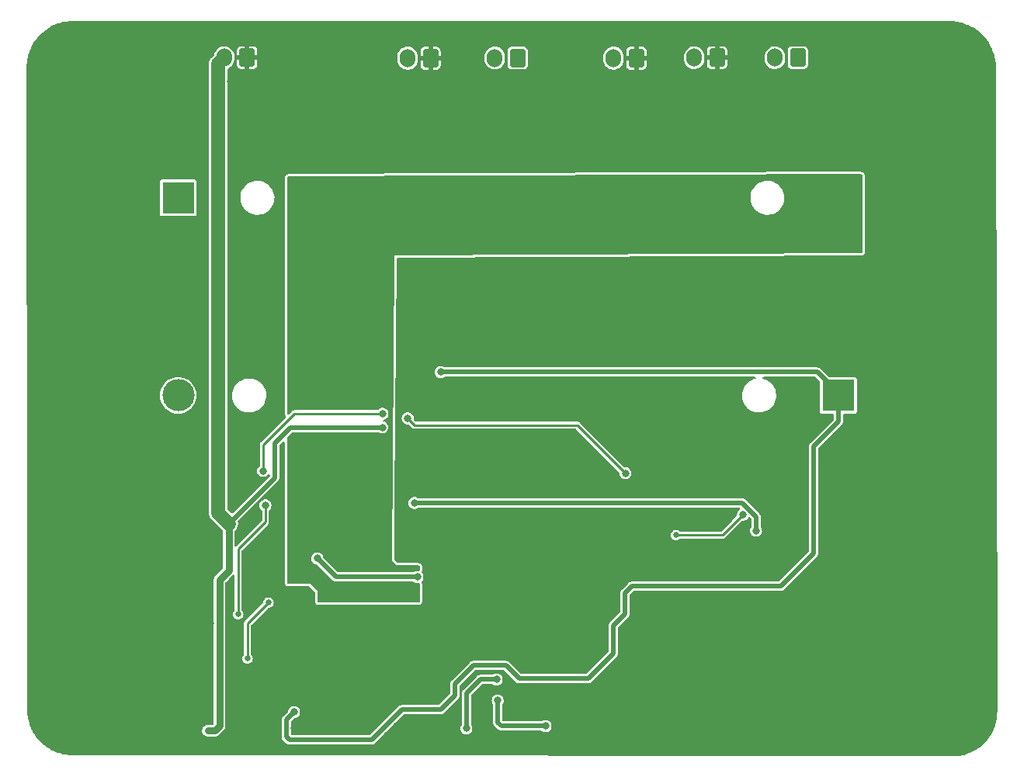
<source format=gbl>
G04 #@! TF.GenerationSoftware,KiCad,Pcbnew,7.0.9*
G04 #@! TF.CreationDate,2024-04-18T23:25:52+05:30*
G04 #@! TF.ProjectId,Battery-psu,42617474-6572-4792-9d70-73752e6b6963,rev?*
G04 #@! TF.SameCoordinates,Original*
G04 #@! TF.FileFunction,Copper,L2,Bot*
G04 #@! TF.FilePolarity,Positive*
%FSLAX46Y46*%
G04 Gerber Fmt 4.6, Leading zero omitted, Abs format (unit mm)*
G04 Created by KiCad (PCBNEW 7.0.9) date 2024-04-18 23:25:52*
%MOMM*%
%LPD*%
G01*
G04 APERTURE LIST*
G04 Aperture macros list*
%AMRoundRect*
0 Rectangle with rounded corners*
0 $1 Rounding radius*
0 $2 $3 $4 $5 $6 $7 $8 $9 X,Y pos of 4 corners*
0 Add a 4 corners polygon primitive as box body*
4,1,4,$2,$3,$4,$5,$6,$7,$8,$9,$2,$3,0*
0 Add four circle primitives for the rounded corners*
1,1,$1+$1,$2,$3*
1,1,$1+$1,$4,$5*
1,1,$1+$1,$6,$7*
1,1,$1+$1,$8,$9*
0 Add four rect primitives between the rounded corners*
20,1,$1+$1,$2,$3,$4,$5,0*
20,1,$1+$1,$4,$5,$6,$7,0*
20,1,$1+$1,$6,$7,$8,$9,0*
20,1,$1+$1,$8,$9,$2,$3,0*%
G04 Aperture macros list end*
G04 #@! TA.AperFunction,ComponentPad*
%ADD10R,3.500000X3.500000*%
G04 #@! TD*
G04 #@! TA.AperFunction,ComponentPad*
%ADD11C,3.500000*%
G04 #@! TD*
G04 #@! TA.AperFunction,ComponentPad*
%ADD12O,1.700000X2.000000*%
G04 #@! TD*
G04 #@! TA.AperFunction,ComponentPad*
%ADD13RoundRect,0.250000X0.600000X0.750000X-0.600000X0.750000X-0.600000X-0.750000X0.600000X-0.750000X0*%
G04 #@! TD*
G04 #@! TA.AperFunction,ViaPad*
%ADD14C,0.800000*%
G04 #@! TD*
G04 #@! TA.AperFunction,ViaPad*
%ADD15C,5.500000*%
G04 #@! TD*
G04 #@! TA.AperFunction,ViaPad*
%ADD16C,0.650000*%
G04 #@! TD*
G04 #@! TA.AperFunction,Conductor*
%ADD17C,0.250000*%
G04 #@! TD*
G04 #@! TA.AperFunction,Conductor*
%ADD18C,0.750000*%
G04 #@! TD*
G04 #@! TA.AperFunction,Conductor*
%ADD19C,1.500000*%
G04 #@! TD*
G04 #@! TA.AperFunction,Conductor*
%ADD20C,0.500000*%
G04 #@! TD*
G04 APERTURE END LIST*
D10*
X193480000Y-95758000D03*
D11*
X121480000Y-95758000D03*
D10*
X121480000Y-74200000D03*
D11*
X193480000Y-74200000D03*
D12*
X177750000Y-58925000D03*
D13*
X180250000Y-58925000D03*
D12*
X186550000Y-58925000D03*
D13*
X189050000Y-58925000D03*
D12*
X156000000Y-58950000D03*
D13*
X158500000Y-58950000D03*
D12*
X168950000Y-58967000D03*
D13*
X171450000Y-58967000D03*
D12*
X126500000Y-58925000D03*
D13*
X129000000Y-58925000D03*
D12*
X146500000Y-58975000D03*
D13*
X149000000Y-58975000D03*
D14*
X132080000Y-58674000D03*
X133604000Y-57404000D03*
X135382000Y-55880000D03*
X139192000Y-56388000D03*
X136398000Y-57404000D03*
X140208000Y-57404000D03*
X152146000Y-58928000D03*
X152908000Y-57912000D03*
X151130000Y-59690000D03*
X148844000Y-61214000D03*
X141224000Y-61976000D03*
X144272000Y-61214000D03*
X143002000Y-60198000D03*
X137668000Y-61722000D03*
X134620000Y-61976000D03*
X156718000Y-60960000D03*
X156972000Y-57150000D03*
X160020000Y-57658000D03*
X154178000Y-57404000D03*
X208534000Y-126238000D03*
X201422000Y-133350000D03*
X197866000Y-131064000D03*
X199644000Y-124968000D03*
X204216000Y-119634000D03*
X202184000Y-125222000D03*
X205994000Y-122428000D03*
X207518000Y-119126000D03*
X205232000Y-115570000D03*
X201676000Y-118110000D03*
X202184000Y-103124000D03*
X202438000Y-110998000D03*
X202184000Y-106680000D03*
X195580000Y-109220000D03*
X199898000Y-110490000D03*
X205740000Y-108204000D03*
X208788000Y-100838000D03*
X205232000Y-103124000D03*
X200914000Y-99314000D03*
X201168000Y-92710000D03*
X206756000Y-80518000D03*
X200914000Y-85090000D03*
X204216000Y-86614000D03*
X205486000Y-91440000D03*
X207010000Y-88392000D03*
X206248000Y-84328000D03*
X201422000Y-87884000D03*
X201930000Y-81280000D03*
X200406000Y-78486000D03*
X202692000Y-77978000D03*
X206756000Y-77470000D03*
X207518000Y-72136000D03*
X208534000Y-65532000D03*
X203962000Y-66294000D03*
X201422000Y-69342000D03*
X200914000Y-74422000D03*
X203962000Y-71374000D03*
X205486000Y-67310000D03*
X201676000Y-63500000D03*
X194056000Y-58674000D03*
X199136000Y-57404000D03*
X196088000Y-60198000D03*
X139954000Y-67564000D03*
X143510000Y-68834000D03*
X152146000Y-67310000D03*
X154686000Y-69850000D03*
X167132000Y-70104000D03*
X167386000Y-68580000D03*
X167132000Y-65786000D03*
X166878000Y-61468000D03*
X168148000Y-56642000D03*
X165862000Y-58674000D03*
X161798000Y-60452000D03*
X161798000Y-62992000D03*
X155448000Y-62230000D03*
X152908000Y-59944000D03*
X152908000Y-62484000D03*
X143002000Y-61976000D03*
X139446000Y-61976000D03*
X136398000Y-60706000D03*
X135890000Y-62230000D03*
X121158000Y-59944000D03*
X115316000Y-58420000D03*
X108204000Y-67056000D03*
X108966000Y-74168000D03*
X113030000Y-76454000D03*
X110998000Y-81026000D03*
X113284000Y-88900000D03*
X109728000Y-89662000D03*
X108966000Y-84328000D03*
X108712000Y-79502000D03*
X110236000Y-70104000D03*
X112014000Y-66802000D03*
X108712000Y-123698000D03*
X120142000Y-129540000D03*
X115824000Y-133350000D03*
X119634000Y-132334000D03*
X122428000Y-129032000D03*
X116840000Y-130556000D03*
X115062000Y-128016000D03*
X113030000Y-121666000D03*
X118110000Y-110236000D03*
X111760000Y-111506000D03*
X110490000Y-114808000D03*
X109474000Y-117094000D03*
X114808000Y-106172000D03*
X112014000Y-103124000D03*
X108712000Y-106934000D03*
X108458000Y-103124000D03*
X152908000Y-100838000D03*
X149352000Y-102362000D03*
X152146000Y-102870000D03*
X152654000Y-105156000D03*
X148844000Y-113538000D03*
X150622000Y-115570000D03*
X152146000Y-114300000D03*
X154432000Y-113284000D03*
X156972000Y-113030000D03*
X156972000Y-110998000D03*
X156718000Y-108966000D03*
X152654000Y-108966000D03*
X148590000Y-109220000D03*
X149098000Y-111252000D03*
X150368000Y-113538000D03*
X150114000Y-120904000D03*
X149860000Y-125222000D03*
X149860000Y-126746000D03*
X148082000Y-128270000D03*
X136144000Y-128778000D03*
X140716000Y-128778000D03*
X143764000Y-127254000D03*
X145288000Y-126238000D03*
X146558000Y-124968000D03*
X141361630Y-117691555D03*
X141224000Y-116586000D03*
X138430000Y-116586000D03*
X134366000Y-115570000D03*
X183388000Y-75946000D03*
X187960000Y-75946000D03*
X185928000Y-77216000D03*
X185928000Y-78994000D03*
X188214000Y-79502000D03*
X183388000Y-79502000D03*
X181102000Y-72644000D03*
X179070000Y-72644000D03*
X181356000Y-79248000D03*
X179324000Y-79248000D03*
X179324000Y-77724000D03*
X179578000Y-75692000D03*
X170688000Y-78740000D03*
X170688000Y-76454000D03*
X170688000Y-74676000D03*
X170688000Y-73152000D03*
X161036000Y-79248000D03*
X161036000Y-77724000D03*
X161036000Y-75692000D03*
X161036000Y-73406000D03*
X156718000Y-78994000D03*
X155448000Y-76962000D03*
X156718000Y-75184000D03*
X140970000Y-103124000D03*
X138430000Y-103632000D03*
X137414000Y-106426000D03*
X137414000Y-109474000D03*
X138684000Y-110998000D03*
X187198000Y-125730000D03*
X187606140Y-119289830D03*
X186182000Y-118364000D03*
X184150000Y-118618000D03*
X182118000Y-118618000D03*
X190754000Y-97028000D03*
X190590840Y-99619662D03*
X190754000Y-94996000D03*
X176784000Y-109982000D03*
X176530000Y-108712000D03*
X161036000Y-112268000D03*
X161236809Y-109186421D03*
X161423242Y-106296708D03*
X160975802Y-103668001D03*
X161544000Y-101092000D03*
X161544000Y-98044000D03*
X161036000Y-96266000D03*
X161290000Y-94488000D03*
X155979395Y-94831070D03*
X155194000Y-97790000D03*
X151384000Y-94742000D03*
X146304000Y-94742000D03*
X152908000Y-89916000D03*
X151130000Y-87376000D03*
X148336000Y-84582000D03*
X152654000Y-84582000D03*
X123952000Y-92456000D03*
X123952000Y-87884000D03*
X123952000Y-82550000D03*
X127350871Y-107773436D03*
X132559974Y-111426553D03*
X132444580Y-115437729D03*
X144018000Y-108966000D03*
X144018000Y-107696000D03*
X144018000Y-104902000D03*
X144018000Y-103632000D03*
X140716000Y-92710000D03*
X136906000Y-91948000D03*
X138176000Y-90424000D03*
X134620000Y-93980000D03*
X138684000Y-92964000D03*
X142240000Y-90678000D03*
X135128000Y-87122000D03*
X134874000Y-89154000D03*
X140208000Y-88138000D03*
X141732000Y-81788000D03*
X138176000Y-83566000D03*
X139700000Y-82804000D03*
X139954000Y-80010000D03*
X135128000Y-80772000D03*
X135128000Y-76962000D03*
X138430000Y-77216000D03*
X142494000Y-76708000D03*
X144272000Y-73406000D03*
X141986000Y-73152000D03*
X138176000Y-73152000D03*
X134366000Y-73152000D03*
X195326000Y-72390000D03*
X190754000Y-74422000D03*
X191262000Y-78740000D03*
X192786000Y-77216000D03*
X195072000Y-78994000D03*
X194818000Y-77216000D03*
X183642000Y-72644000D03*
X188214000Y-72644000D03*
X167132000Y-78486000D03*
X167132000Y-76708000D03*
X167132000Y-74930000D03*
X167132000Y-72898000D03*
X150114000Y-93218000D03*
X134112000Y-130302000D03*
X191262000Y-72644000D03*
X191516000Y-76708000D03*
X192532000Y-78994000D03*
X187452000Y-78232000D03*
X184404000Y-78232000D03*
X180594000Y-77724000D03*
X181356000Y-76708000D03*
X180340000Y-73914000D03*
X175260000Y-73914000D03*
X171704000Y-78232000D03*
X174752000Y-77216000D03*
X172974000Y-74676000D03*
X162814000Y-78232000D03*
X163322000Y-74930000D03*
X155702000Y-72898000D03*
X147320000Y-76708000D03*
X146050000Y-73406000D03*
X149352000Y-78486000D03*
X149606000Y-76962000D03*
X149352000Y-73914000D03*
X135382000Y-103632000D03*
X139954000Y-105156000D03*
X139446000Y-108458000D03*
X135382000Y-106934000D03*
X144018000Y-106172000D03*
X144018000Y-101600000D03*
X139954000Y-101092000D03*
X136652000Y-101092000D03*
X134112000Y-101092000D03*
X140970000Y-95758000D03*
X137922000Y-95758000D03*
X134620000Y-95758000D03*
D15*
X205486000Y-95758000D03*
D14*
X156322500Y-129032000D03*
X161544000Y-131826000D03*
X150506843Y-61246425D03*
X191404501Y-98368004D03*
X195929568Y-84088326D03*
X186500000Y-55750000D03*
X184648904Y-58837103D03*
X162705461Y-61661320D03*
X174244000Y-109474000D03*
X171806607Y-113814333D03*
X182850977Y-127379433D03*
X148778101Y-103710940D03*
X173990000Y-131826000D03*
X164289882Y-100300369D03*
X150500000Y-82250000D03*
X173481906Y-65346169D03*
X174991052Y-87992510D03*
X184912000Y-131572000D03*
X176016238Y-99480646D03*
X117000000Y-83250000D03*
D16*
X128270000Y-128016000D03*
X185420000Y-110490000D03*
D14*
X125236125Y-57033227D03*
X150114000Y-131064000D03*
X179507489Y-102684848D03*
X149000000Y-68250000D03*
X153500000Y-96250000D03*
X148082000Y-119380000D03*
X122965788Y-119596767D03*
X145288000Y-131826000D03*
X171514779Y-87644883D03*
X164721699Y-87979586D03*
X142748000Y-119380000D03*
X132250000Y-106500000D03*
X179437963Y-106161121D03*
X149606000Y-133858000D03*
X151051197Y-119975277D03*
X185166000Y-120904000D03*
X165862000Y-109982000D03*
D16*
X129286000Y-132080000D03*
D14*
X198236125Y-103119344D03*
X154640509Y-82310379D03*
X184150000Y-123952000D03*
X123057661Y-70938317D03*
X174625729Y-96212950D03*
X193040000Y-115062000D03*
X169418000Y-115062000D03*
X179996885Y-91955461D03*
X151638000Y-134112000D03*
X155750000Y-66000000D03*
X146558000Y-126746000D03*
X172777082Y-125641474D03*
X173736000Y-113792000D03*
X132459952Y-112611337D03*
X191262000Y-129794000D03*
X176530000Y-123190000D03*
D16*
X135636000Y-127254000D03*
D14*
X131817868Y-56430673D03*
X131318000Y-120142000D03*
X179301630Y-63658602D03*
X179510206Y-87366781D03*
X171704000Y-125984000D03*
X186944000Y-129540000D03*
X118468981Y-69501458D03*
X144752539Y-57991604D03*
X162814000Y-124206000D03*
X175748212Y-105920397D03*
X169672000Y-133096000D03*
X191770000Y-116840000D03*
X116500000Y-113250000D03*
X175500000Y-68750000D03*
X188725590Y-61253034D03*
X173252916Y-91677359D03*
X174028055Y-128915624D03*
X184912000Y-124968000D03*
D16*
X134620000Y-117602000D03*
D14*
X160528000Y-125730000D03*
X132588000Y-119634000D03*
X181454201Y-100738136D03*
X135890000Y-119126000D03*
X154832603Y-117580387D03*
X189230000Y-123444000D03*
X121920000Y-133858000D03*
X172466000Y-134366000D03*
X170180000Y-110490000D03*
X162814000Y-121158000D03*
D16*
X123190000Y-127762000D03*
D14*
X155956000Y-117856000D03*
X197505478Y-97066410D03*
X149500000Y-96500000D03*
X189230000Y-124714000D03*
X180970241Y-81874270D03*
X172212000Y-126746000D03*
X135128000Y-125730000D03*
X133858000Y-120904000D03*
X165100000Y-120396000D03*
X171497083Y-99063494D03*
X165608000Y-133604000D03*
X163830000Y-122936000D03*
X139700000Y-131826000D03*
X156718000Y-115570000D03*
X137160000Y-130810000D03*
X147750000Y-88250000D03*
X179070000Y-129032000D03*
X140208000Y-130556000D03*
X193480646Y-119994285D03*
D16*
X129286000Y-128270000D03*
D14*
X155702000Y-112776000D03*
X182880000Y-129794000D03*
X187400362Y-86680275D03*
X155913004Y-115239517D03*
X137379197Y-67977730D03*
X129222251Y-67832847D03*
X138938000Y-130302000D03*
X166807463Y-91942536D03*
X136952944Y-55604529D03*
X170434000Y-120904000D03*
X148082000Y-120396000D03*
X191516273Y-63950663D03*
X136652000Y-125222000D03*
X145500000Y-67250000D03*
X195316056Y-103119344D03*
X117000000Y-95250000D03*
X132334000Y-114300000D03*
X173990000Y-129794000D03*
X187155288Y-101433390D03*
X162306000Y-115316000D03*
X181500000Y-62500000D03*
X148590000Y-125222000D03*
X144272000Y-132842000D03*
X194310000Y-123190000D03*
X127182838Y-61482856D03*
X146812000Y-134112000D03*
X166370000Y-129032000D03*
X119380000Y-78740000D03*
X177038000Y-122428000D03*
X154904630Y-120443451D03*
X169164000Y-125476000D03*
X184150000Y-120650000D03*
X191262000Y-133350000D03*
X188984221Y-55630208D03*
X125984000Y-133350000D03*
X171326617Y-61383218D03*
D16*
X188468000Y-110236000D03*
D14*
X191516000Y-121920000D03*
D16*
X116000000Y-112500000D03*
D14*
X151130000Y-118364000D03*
X163068000Y-132334000D03*
X167132000Y-111252000D03*
X129555496Y-79990146D03*
X189230000Y-120650000D03*
X139446000Y-125984000D03*
D16*
X135890000Y-117856000D03*
D14*
X185486678Y-102962950D03*
X136652000Y-132080000D03*
X117750000Y-87500000D03*
X184150000Y-121920000D03*
X138176000Y-132080000D03*
X197016790Y-124865323D03*
X180848000Y-109474000D03*
D16*
X128016000Y-111252000D03*
D14*
X155250000Y-100750000D03*
X161290000Y-117856000D03*
X116800371Y-61900008D03*
X192128844Y-89464961D03*
X171250000Y-68000000D03*
X179324000Y-109982000D03*
D16*
X131318000Y-131826000D03*
D14*
X116332000Y-127000000D03*
X188250000Y-65750000D03*
X185250000Y-107000000D03*
X165862000Y-122936000D03*
X147750000Y-64000000D03*
D16*
X132842000Y-116840000D03*
D14*
X143002000Y-120396000D03*
X124968000Y-120650000D03*
X157101446Y-117976534D03*
X172212000Y-123444000D03*
X184772505Y-61278219D03*
X194494521Y-99511311D03*
X165464090Y-103730291D03*
X161544000Y-122936000D03*
X168656000Y-128524000D03*
X119126000Y-119634000D03*
X116846721Y-65098179D03*
X164846000Y-124206000D03*
X185546350Y-85753269D03*
X163830000Y-65346169D03*
X173989444Y-130838415D03*
D16*
X129794000Y-118618000D03*
D14*
X181000000Y-66750000D03*
X177292000Y-133604000D03*
X136906000Y-127000000D03*
X155642904Y-118948895D03*
X137668000Y-129794000D03*
X166116000Y-115062000D03*
X142226837Y-57934648D03*
X172500000Y-111000000D03*
X155956000Y-116840000D03*
X137703649Y-64316056D03*
X167132000Y-117856000D03*
X138176000Y-126238000D03*
X129000000Y-55750000D03*
X189230000Y-122174000D03*
X117562284Y-120708327D03*
X154178000Y-116586000D03*
X122750000Y-67250000D03*
X171196000Y-130556000D03*
X173721898Y-100454003D03*
X123706565Y-63151466D03*
X136398000Y-134366000D03*
X194859490Y-116473709D03*
X184150000Y-122936000D03*
X165608000Y-111506000D03*
X167640000Y-122936000D03*
X175500000Y-81750000D03*
X151130000Y-110490000D03*
X184761193Y-55733209D03*
X164084000Y-117856000D03*
X132476107Y-61505338D03*
X144272000Y-134112000D03*
X170942000Y-115062000D03*
D16*
X133858000Y-127508000D03*
D14*
X184896105Y-63472133D03*
X153924000Y-110236000D03*
X165608000Y-57150000D03*
X174752000Y-115062000D03*
X167132000Y-124206000D03*
X148336000Y-126746000D03*
X116961337Y-100378093D03*
X159512000Y-123698000D03*
X147066000Y-113284000D03*
X164592000Y-110744000D03*
X158242000Y-127762000D03*
X158830089Y-133318236D03*
X143256000Y-121412000D03*
X176784000Y-114808000D03*
X121209128Y-105317515D03*
X181523727Y-95940880D03*
X178816000Y-113792000D03*
X161500000Y-81250000D03*
D16*
X129794000Y-114300000D03*
D15*
X109982000Y-130000000D03*
D14*
X191188435Y-58370026D03*
X182880000Y-113284000D03*
X123218628Y-99126634D03*
D16*
X134366000Y-128524000D03*
D14*
X196856574Y-87842700D03*
X152977914Y-115545630D03*
X179229387Y-96010405D03*
X185971898Y-127533934D03*
X180848000Y-104648000D03*
X187452000Y-113792000D03*
X120947463Y-100146341D03*
X187363865Y-106925901D03*
X139192000Y-127508000D03*
X186102553Y-68418257D03*
X162560000Y-133858000D03*
X128687963Y-105291224D03*
X172720000Y-115062000D03*
X181610000Y-131318000D03*
X119250000Y-92750000D03*
D15*
X205486000Y-130000000D03*
D14*
X182118000Y-111506000D03*
X171187566Y-56516436D03*
X171566609Y-102470241D03*
X197000000Y-116250000D03*
X148336000Y-132588000D03*
X155050722Y-104317395D03*
X191155841Y-68212398D03*
D16*
X132588000Y-128016000D03*
D14*
X129244167Y-102695608D03*
X148082000Y-121412000D03*
X179324000Y-133604000D03*
X123000000Y-103250000D03*
X145796000Y-120396000D03*
D16*
X132842000Y-124206000D03*
D14*
X128952942Y-91160569D03*
X181595970Y-56636532D03*
X166500000Y-97000000D03*
X149664682Y-123702662D03*
X133096000Y-134366000D03*
X141478000Y-127000000D03*
X173990000Y-128016000D03*
D15*
X109982000Y-95758000D03*
D14*
X150150863Y-122676281D03*
X121898904Y-64588326D03*
X196447066Y-119685283D03*
X117825556Y-103834305D03*
X194750000Y-68000000D03*
X147210822Y-61040424D03*
X161732105Y-68127187D03*
X135382000Y-131826000D03*
X140592301Y-55645729D03*
X171010405Y-96212950D03*
X184912000Y-115062000D03*
X132545317Y-110151756D03*
X146812000Y-122682000D03*
X164846000Y-109474000D03*
X177121760Y-125610090D03*
X144272000Y-128270000D03*
X157182836Y-97488450D03*
X133858000Y-119126000D03*
X172212000Y-121920000D03*
X146050000Y-112014000D03*
X171876163Y-109255714D03*
X147574000Y-131318000D03*
X132374072Y-68203649D03*
X178050172Y-56149853D03*
X183642000Y-133858000D03*
X164691585Y-106356808D03*
X147204003Y-81946712D03*
X177038000Y-119888000D03*
X185090795Y-57855023D03*
X187428110Y-117722251D03*
X129794000Y-134366000D03*
D16*
X139954000Y-119126000D03*
D14*
X117000000Y-72500000D03*
X191516000Y-127508000D03*
X129416445Y-88101449D03*
X195095263Y-91179922D03*
X154432000Y-111506000D03*
X181317868Y-89383019D03*
X198250000Y-68250000D03*
X132842000Y-125730000D03*
X192036143Y-82558766D03*
X191500000Y-61500000D03*
X192036143Y-86266790D03*
X146970440Y-96712044D03*
D16*
X132842000Y-122682000D03*
D14*
X161036000Y-119634000D03*
X174417152Y-104208377D03*
X167132000Y-112776000D03*
X189484000Y-112014000D03*
X168402000Y-117856000D03*
X185166000Y-123952000D03*
X153410074Y-134110530D03*
X174733364Y-58324098D03*
X123952000Y-133350000D03*
X146050000Y-128524000D03*
X172466000Y-118110000D03*
X179324000Y-112014000D03*
X130250000Y-84250000D03*
X132188671Y-63985772D03*
X157480000Y-134112000D03*
X116750000Y-77250000D03*
X142000000Y-64250000D03*
X135890000Y-130810000D03*
X144780000Y-123952000D03*
D16*
X117500000Y-113000000D03*
X139954000Y-120396000D03*
D14*
X155194000Y-133350000D03*
X121158000Y-120650000D03*
X145666612Y-122777451D03*
X187198000Y-132080000D03*
X195856034Y-63964396D03*
X172720000Y-112522000D03*
X185695254Y-99278101D03*
X164026444Y-57420267D03*
X133858000Y-124968000D03*
D16*
X130810000Y-115062000D03*
D14*
X151892000Y-116586000D03*
X186890509Y-90063847D03*
X188722000Y-130302000D03*
X160274000Y-133604000D03*
X179857834Y-69151113D03*
D16*
X139954000Y-121666000D03*
D14*
X166737937Y-81197972D03*
X193639851Y-56021611D03*
X136144000Y-121412000D03*
X184804745Y-89275892D03*
X174244000Y-117602000D03*
X168402000Y-119634000D03*
X167640000Y-121158000D03*
X173620957Y-61452743D03*
X150708024Y-57926230D03*
X178562000Y-131318000D03*
X193500000Y-65500000D03*
X145219476Y-60642155D03*
X187949511Y-127194032D03*
X196949275Y-81168257D03*
X141867784Y-130005004D03*
D15*
X109982000Y-60452000D03*
D14*
X185166000Y-121920000D03*
X198808720Y-63167858D03*
X166878000Y-127508000D03*
X154432000Y-132334000D03*
X165608000Y-117856000D03*
X138176000Y-119888000D03*
X186334305Y-81998895D03*
X179832000Y-118872000D03*
X179994167Y-98374270D03*
X122547808Y-57218628D03*
X139954000Y-134366000D03*
X197368239Y-99696712D03*
X154988136Y-87145280D03*
X152400000Y-112014000D03*
X193542447Y-125247319D03*
X197551829Y-92245979D03*
X146050000Y-109474000D03*
X150124072Y-90220241D03*
X185166000Y-122936000D03*
X116000000Y-114500000D03*
X178985612Y-124653051D03*
X184896105Y-66036850D03*
X178054000Y-122682000D03*
D15*
X205486000Y-60452000D03*
D14*
X135382000Y-124206000D03*
X155194000Y-110236000D03*
X149102553Y-100095616D03*
X128434296Y-77844512D03*
X123521164Y-77844512D03*
D16*
X117348000Y-114300000D03*
D14*
X162560000Y-117856000D03*
X183134000Y-109982000D03*
X150889137Y-117166233D03*
D16*
X127508000Y-134366000D03*
D14*
X146500000Y-91250000D03*
X191106034Y-56021611D03*
X167640000Y-115062000D03*
X149606000Y-128270000D03*
X134112000Y-132080000D03*
X138430000Y-124968000D03*
X179510206Y-55941277D03*
X172349085Y-82917152D03*
X154640509Y-91455858D03*
X138176000Y-123444000D03*
X140208000Y-114046000D03*
X134366000Y-114046000D03*
X144018000Y-114046000D03*
X141478000Y-114046000D03*
X134112000Y-110744000D03*
X134112000Y-112522000D03*
X135382000Y-114554000D03*
X136906000Y-115824000D03*
X142748000Y-114046000D03*
X138938000Y-117602000D03*
X140208000Y-112522000D03*
X139954000Y-110490000D03*
X143510000Y-116586000D03*
X137668000Y-117348000D03*
X147574000Y-115570000D03*
X136652000Y-113538000D03*
X184495552Y-110500048D03*
X147250000Y-107500000D03*
D16*
X124714000Y-132334000D03*
D14*
X127000000Y-109750000D03*
X143750000Y-99250000D03*
X183075423Y-108776799D03*
X131000000Y-107750000D03*
D16*
X175768000Y-110998000D03*
D14*
X146500000Y-98250000D03*
X143764000Y-97750000D03*
X170250000Y-104250000D03*
X130750000Y-104000000D03*
D16*
X128016000Y-119634000D03*
X131318000Y-118364000D03*
X129032000Y-124460000D03*
D14*
X156210000Y-126746000D03*
X152908000Y-132080000D03*
D17*
X128016000Y-112522000D02*
X131000000Y-109538000D01*
X131000000Y-109538000D02*
X131000000Y-107750000D01*
X128016000Y-119634000D02*
X128016000Y-112522000D01*
D18*
X127000000Y-114888016D02*
X127000000Y-109750000D01*
X125984000Y-115904016D02*
X127000000Y-114888016D01*
X125984000Y-131826000D02*
X125984000Y-115904016D01*
X125476000Y-132334000D02*
X125984000Y-131826000D01*
X124714000Y-132334000D02*
X125476000Y-132334000D01*
D19*
X125832838Y-108582838D02*
X127000000Y-109750000D01*
X125832838Y-59592162D02*
X125832838Y-108582838D01*
X126500000Y-58925000D02*
X125832838Y-59592162D01*
D20*
X191194000Y-93218000D02*
X193480000Y-95504000D01*
X150114000Y-93218000D02*
X191194000Y-93218000D01*
X190754000Y-113030000D02*
X190754000Y-101346000D01*
X190754000Y-101346000D02*
X193480000Y-98620000D01*
X187198000Y-116586000D02*
X190754000Y-113030000D01*
X170942000Y-116586000D02*
X187198000Y-116586000D01*
X170180000Y-117348000D02*
X170942000Y-116586000D01*
X168910000Y-120904000D02*
X170180000Y-119634000D01*
X168910000Y-123952000D02*
X168910000Y-120904000D01*
X166204000Y-126658000D02*
X168910000Y-123952000D01*
X170180000Y-119634000D02*
X170180000Y-117348000D01*
X158662000Y-126658000D02*
X166204000Y-126658000D01*
X157226000Y-125222000D02*
X158662000Y-126658000D01*
X153670000Y-125222000D02*
X157226000Y-125222000D01*
X193480000Y-98620000D02*
X193480000Y-95504000D01*
X151638000Y-127254000D02*
X153670000Y-125222000D01*
X151638000Y-128524000D02*
X151638000Y-127254000D01*
X150114000Y-130048000D02*
X151638000Y-128524000D01*
X145863918Y-130048000D02*
X150114000Y-130048000D01*
X142561918Y-133350000D02*
X145863918Y-130048000D01*
X133604000Y-133350000D02*
X142561918Y-133350000D01*
X133262000Y-133008000D02*
X133604000Y-133350000D01*
X133262000Y-131152000D02*
X133262000Y-133008000D01*
X134112000Y-130302000D02*
X133262000Y-131152000D01*
D17*
X134152000Y-97750000D02*
X130750000Y-101152000D01*
X143764000Y-97750000D02*
X134152000Y-97750000D01*
X130750000Y-101152000D02*
X130750000Y-104000000D01*
D20*
X156322500Y-131430500D02*
X156718000Y-131826000D01*
X156718000Y-131826000D02*
X161544000Y-131826000D01*
X156322500Y-129032000D02*
X156322500Y-131430500D01*
X138684000Y-115570000D02*
X136652000Y-113538000D01*
X147574000Y-115570000D02*
X138684000Y-115570000D01*
X184495600Y-110500000D02*
X184495552Y-110500048D01*
X147250000Y-107500000D02*
X183000000Y-107500000D01*
X184500000Y-109000000D02*
X184500000Y-110500000D01*
X184500000Y-110500000D02*
X184495600Y-110500000D01*
X133750000Y-99250000D02*
X143750000Y-99250000D01*
X132000000Y-104750000D02*
X132000000Y-101000000D01*
X127000000Y-109750000D02*
X132000000Y-104750000D01*
X183000000Y-107500000D02*
X184500000Y-109000000D01*
X132000000Y-101000000D02*
X133750000Y-99250000D01*
D17*
X182118000Y-109728000D02*
X182124222Y-109728000D01*
X170250000Y-104250000D02*
X165000000Y-99000000D01*
X180848000Y-110998000D02*
X182118000Y-109728000D01*
X175768000Y-110998000D02*
X180848000Y-110998000D01*
X147250000Y-99000000D02*
X146500000Y-98250000D01*
X165000000Y-99000000D02*
X147250000Y-99000000D01*
X182124222Y-109728000D02*
X183075423Y-108776799D01*
X129032000Y-120650000D02*
X131318000Y-118364000D01*
X129032000Y-124460000D02*
X129032000Y-120650000D01*
D20*
X154432000Y-126746000D02*
X156210000Y-126746000D01*
X152908000Y-132080000D02*
X152908000Y-128270000D01*
X152908000Y-128270000D02*
X154432000Y-126746000D01*
G04 #@! TA.AperFunction,Conductor*
G36*
X110000497Y-54919354D02*
G01*
X110000497Y-54919353D01*
X110048989Y-54919645D01*
X110051646Y-54919359D01*
X205608150Y-54936024D01*
X205608184Y-54936034D01*
X205660000Y-54936034D01*
X205877994Y-54945050D01*
X206075882Y-54953689D01*
X206080843Y-54954105D01*
X206297337Y-54981091D01*
X206497241Y-55007408D01*
X206501795Y-55008185D01*
X206714869Y-55052862D01*
X206905795Y-55095189D01*
X206912401Y-55096654D01*
X206916662Y-55097759D01*
X207125117Y-55159818D01*
X207318512Y-55220795D01*
X207322356Y-55222149D01*
X207525020Y-55301229D01*
X207712586Y-55378920D01*
X207716022Y-55380470D01*
X207911548Y-55476058D01*
X208091795Y-55569888D01*
X208094825Y-55571577D01*
X208281919Y-55683062D01*
X208453367Y-55792287D01*
X208456049Y-55794096D01*
X208633408Y-55920729D01*
X208794772Y-56044548D01*
X208797072Y-56046402D01*
X208963500Y-56187361D01*
X209053258Y-56269609D01*
X209114505Y-56325732D01*
X209160068Y-56371295D01*
X209269818Y-56481046D01*
X209408121Y-56631978D01*
X209549185Y-56798533D01*
X209551062Y-56800861D01*
X209674682Y-56961966D01*
X209787128Y-57119458D01*
X209801499Y-57139585D01*
X209803331Y-57142300D01*
X209912286Y-57313326D01*
X210024035Y-57500867D01*
X210025764Y-57503966D01*
X210117789Y-57680745D01*
X210119202Y-57683459D01*
X210215150Y-57879727D01*
X210216731Y-57883232D01*
X210293963Y-58069689D01*
X210373465Y-58273441D01*
X210374837Y-58277336D01*
X210435298Y-58469095D01*
X210446149Y-58505543D01*
X210497842Y-58679179D01*
X210498950Y-58683452D01*
X210542201Y-58878548D01*
X210587388Y-59094065D01*
X210588178Y-59098697D01*
X210613896Y-59294052D01*
X210641443Y-59515066D01*
X210641860Y-59520032D01*
X210649871Y-59703516D01*
X210659500Y-59936363D01*
X210659500Y-59986281D01*
X210659605Y-59987249D01*
X210802605Y-130306946D01*
X210802547Y-130309750D01*
X210793579Y-130517230D01*
X210784053Y-130726047D01*
X210783597Y-130731234D01*
X210755761Y-130944877D01*
X210727698Y-131148790D01*
X210726837Y-131153623D01*
X210680507Y-131364831D01*
X210634117Y-131564821D01*
X210632908Y-131569272D01*
X210568402Y-131776110D01*
X210504049Y-131970881D01*
X210502554Y-131974928D01*
X210420315Y-132175749D01*
X210338529Y-132363780D01*
X210336809Y-132367410D01*
X210237413Y-132560655D01*
X210138865Y-132740425D01*
X210136980Y-132743632D01*
X210021127Y-132927833D01*
X209906638Y-133097861D01*
X209904649Y-133100645D01*
X209773159Y-133274402D01*
X209643674Y-133433286D01*
X209641641Y-133435657D01*
X209495463Y-133597632D01*
X209352068Y-133744050D01*
X209350045Y-133746024D01*
X209191237Y-133894039D01*
X209189126Y-133895918D01*
X209033146Y-134028546D01*
X208861045Y-134163184D01*
X208858537Y-134165047D01*
X208691397Y-134282734D01*
X208508256Y-134402066D01*
X208505340Y-134403853D01*
X208328572Y-134505609D01*
X208135704Y-134608758D01*
X208132374Y-134610412D01*
X207947514Y-134695450D01*
X207746275Y-134781661D01*
X207742534Y-134783122D01*
X207551277Y-134850770D01*
X207343057Y-134919396D01*
X207338916Y-134920603D01*
X207143121Y-134970348D01*
X206929176Y-135020892D01*
X206924652Y-135021785D01*
X206726561Y-135053271D01*
X206507887Y-135085341D01*
X206503005Y-135085860D01*
X206305998Y-135098972D01*
X206247353Y-135102451D01*
X206082536Y-135112228D01*
X206077336Y-135112317D01*
X205894798Y-135107804D01*
X205658490Y-135101393D01*
X205632771Y-135099636D01*
X205632326Y-135099850D01*
X205612352Y-135101448D01*
X118826329Y-135008910D01*
X110000500Y-134999500D01*
X110000434Y-134999500D01*
X109999299Y-134999165D01*
X109997438Y-134999394D01*
X109782728Y-134990513D01*
X109584080Y-134981839D01*
X109579114Y-134981422D01*
X109363319Y-134954524D01*
X109162733Y-134928115D01*
X109158101Y-134927326D01*
X108945826Y-134882818D01*
X108747472Y-134838843D01*
X108743200Y-134837735D01*
X108535496Y-134775899D01*
X108341340Y-134714681D01*
X108337445Y-134713309D01*
X108135566Y-134634536D01*
X107947229Y-134556524D01*
X107943744Y-134554953D01*
X107884503Y-134525992D01*
X107749007Y-134459750D01*
X107568000Y-134365525D01*
X107564891Y-134363791D01*
X107378617Y-134252797D01*
X107206335Y-134143040D01*
X107203621Y-134141209D01*
X107027081Y-134015162D01*
X106864900Y-133890716D01*
X106862572Y-133888839D01*
X106696940Y-133748557D01*
X106694176Y-133746024D01*
X106545103Y-133609424D01*
X106390574Y-133454895D01*
X106251439Y-133303055D01*
X106111159Y-133137426D01*
X106109282Y-133135098D01*
X105984837Y-132972918D01*
X105984132Y-132971930D01*
X132757641Y-132971930D01*
X132761342Y-133023669D01*
X132761500Y-133028094D01*
X132761500Y-133043799D01*
X132763734Y-133059343D01*
X132764207Y-133063740D01*
X132767909Y-133115485D01*
X132769593Y-133120000D01*
X132776148Y-133145682D01*
X132776834Y-133150455D01*
X132776835Y-133150457D01*
X132798383Y-133197642D01*
X132800071Y-133201716D01*
X132818203Y-133250329D01*
X132821096Y-133254194D01*
X132834617Y-133276983D01*
X132836619Y-133281367D01*
X132836622Y-133281371D01*
X132836623Y-133281373D01*
X132870598Y-133320583D01*
X132873362Y-133324013D01*
X132882775Y-133336588D01*
X132882782Y-133336596D01*
X132893886Y-133347700D01*
X132896896Y-133350932D01*
X132913901Y-133370557D01*
X132930871Y-133390142D01*
X132930874Y-133390145D01*
X132934928Y-133392750D01*
X132955571Y-133409385D01*
X133202614Y-133656428D01*
X133219246Y-133677066D01*
X133221854Y-133681125D01*
X133221857Y-133681128D01*
X133261067Y-133715103D01*
X133264283Y-133718097D01*
X133275407Y-133729221D01*
X133275412Y-133729224D01*
X133275417Y-133729229D01*
X133287979Y-133738633D01*
X133291427Y-133741411D01*
X133321947Y-133767856D01*
X133330627Y-133775377D01*
X133335010Y-133777379D01*
X133357807Y-133790905D01*
X133361669Y-133793796D01*
X133410295Y-133811932D01*
X133414351Y-133813612D01*
X133436457Y-133823708D01*
X133461540Y-133835164D01*
X133461541Y-133835164D01*
X133461543Y-133835165D01*
X133466312Y-133835850D01*
X133492002Y-133842407D01*
X133496517Y-133844091D01*
X133548258Y-133847791D01*
X133552657Y-133848264D01*
X133568201Y-133850500D01*
X133583906Y-133850500D01*
X133588328Y-133850657D01*
X133640073Y-133854359D01*
X133644785Y-133853334D01*
X133671143Y-133850500D01*
X142494775Y-133850500D01*
X142521133Y-133853334D01*
X142525845Y-133854359D01*
X142577589Y-133850657D01*
X142582012Y-133850500D01*
X142597717Y-133850500D01*
X142613260Y-133848264D01*
X142617658Y-133847791D01*
X142669401Y-133844091D01*
X142673910Y-133842408D01*
X142699603Y-133835850D01*
X142704375Y-133835165D01*
X142751564Y-133813613D01*
X142755654Y-133811920D01*
X142784556Y-133801140D01*
X142804247Y-133793797D01*
X142804247Y-133793796D01*
X142804249Y-133793796D01*
X142808107Y-133790907D01*
X142830913Y-133777375D01*
X142835291Y-133775377D01*
X142874489Y-133741411D01*
X142877932Y-133738637D01*
X142880848Y-133736453D01*
X142890511Y-133729221D01*
X142901638Y-133718092D01*
X142904843Y-133715109D01*
X142944061Y-133681128D01*
X142946669Y-133677068D01*
X142963299Y-133656431D01*
X144539731Y-132080000D01*
X152252722Y-132080000D01*
X152271762Y-132236818D01*
X152320485Y-132365287D01*
X152327780Y-132384523D01*
X152417517Y-132514530D01*
X152535760Y-132619283D01*
X152535762Y-132619284D01*
X152675634Y-132692696D01*
X152829014Y-132730500D01*
X152829015Y-132730500D01*
X152986985Y-132730500D01*
X153140365Y-132692696D01*
X153280240Y-132619283D01*
X153398483Y-132514530D01*
X153488220Y-132384523D01*
X153544237Y-132236818D01*
X153563278Y-132080000D01*
X153559978Y-132052817D01*
X153544237Y-131923181D01*
X153514891Y-131845804D01*
X153488220Y-131775477D01*
X153438794Y-131703871D01*
X153430450Y-131691782D01*
X153408567Y-131625427D01*
X153408500Y-131621342D01*
X153408500Y-129032000D01*
X155667222Y-129032000D01*
X155686262Y-129188818D01*
X155742280Y-129336523D01*
X155742280Y-129336524D01*
X155800050Y-129420217D01*
X155821933Y-129486571D01*
X155822000Y-129490657D01*
X155822000Y-131363358D01*
X155819167Y-131389706D01*
X155818141Y-131394427D01*
X155818141Y-131394429D01*
X155818141Y-131394430D01*
X155821842Y-131446169D01*
X155822000Y-131450594D01*
X155822000Y-131466299D01*
X155824234Y-131481843D01*
X155824707Y-131486240D01*
X155828409Y-131537985D01*
X155830093Y-131542500D01*
X155836648Y-131568182D01*
X155837334Y-131572955D01*
X155837335Y-131572957D01*
X155858883Y-131620142D01*
X155860571Y-131624216D01*
X155878703Y-131672829D01*
X155881596Y-131676694D01*
X155895117Y-131699483D01*
X155897119Y-131703867D01*
X155897122Y-131703871D01*
X155897123Y-131703873D01*
X155931098Y-131743083D01*
X155933862Y-131746513D01*
X155943275Y-131759088D01*
X155943282Y-131759096D01*
X155954386Y-131770200D01*
X155957396Y-131773432D01*
X155974854Y-131793580D01*
X155991371Y-131812642D01*
X155991374Y-131812645D01*
X155995428Y-131815250D01*
X156016071Y-131831885D01*
X156316614Y-132132428D01*
X156333246Y-132153066D01*
X156335854Y-132157125D01*
X156335858Y-132157129D01*
X156375055Y-132191093D01*
X156378296Y-132194110D01*
X156389396Y-132205211D01*
X156389401Y-132205215D01*
X156389406Y-132205220D01*
X156401979Y-132214631D01*
X156405419Y-132217402D01*
X156444627Y-132251377D01*
X156449012Y-132253379D01*
X156471813Y-132266908D01*
X156475669Y-132269795D01*
X156519211Y-132286035D01*
X156524269Y-132287922D01*
X156528359Y-132289617D01*
X156559081Y-132303647D01*
X156575543Y-132311165D01*
X156580316Y-132311851D01*
X156606004Y-132318408D01*
X156610517Y-132320091D01*
X156662245Y-132323790D01*
X156666652Y-132324264D01*
X156682200Y-132326500D01*
X156682201Y-132326500D01*
X156697915Y-132326500D01*
X156702337Y-132326657D01*
X156754073Y-132330358D01*
X156757302Y-132329655D01*
X156758781Y-132329334D01*
X156785138Y-132326500D01*
X161080956Y-132326500D01*
X161147995Y-132346185D01*
X161163179Y-132357681D01*
X161171760Y-132365283D01*
X161171762Y-132365284D01*
X161171766Y-132365287D01*
X161311634Y-132438696D01*
X161465014Y-132476500D01*
X161465015Y-132476500D01*
X161622985Y-132476500D01*
X161776365Y-132438696D01*
X161789127Y-132431998D01*
X161916240Y-132365283D01*
X162034483Y-132260530D01*
X162124220Y-132130523D01*
X162180237Y-131982818D01*
X162199278Y-131826000D01*
X162197657Y-131812645D01*
X162180237Y-131669181D01*
X162155224Y-131603228D01*
X162124220Y-131521477D01*
X162034483Y-131391470D01*
X161916240Y-131286717D01*
X161916238Y-131286716D01*
X161916237Y-131286715D01*
X161776365Y-131213303D01*
X161622986Y-131175500D01*
X161622985Y-131175500D01*
X161465015Y-131175500D01*
X161465014Y-131175500D01*
X161311634Y-131213303D01*
X161171766Y-131286712D01*
X161171762Y-131286715D01*
X161171760Y-131286717D01*
X161163181Y-131294316D01*
X161099950Y-131324037D01*
X161080956Y-131325500D01*
X156976676Y-131325500D01*
X156909637Y-131305815D01*
X156888995Y-131289181D01*
X156859319Y-131259505D01*
X156825834Y-131198182D01*
X156823000Y-131171824D01*
X156823000Y-129490657D01*
X156842685Y-129423618D01*
X156844950Y-129420217D01*
X156902719Y-129336524D01*
X156902720Y-129336523D01*
X156958737Y-129188818D01*
X156977778Y-129032000D01*
X156958737Y-128875182D01*
X156944093Y-128836570D01*
X156917455Y-128766331D01*
X156902720Y-128727477D01*
X156812983Y-128597470D01*
X156694740Y-128492717D01*
X156694738Y-128492716D01*
X156694737Y-128492715D01*
X156554865Y-128419303D01*
X156401486Y-128381500D01*
X156401485Y-128381500D01*
X156243515Y-128381500D01*
X156243514Y-128381500D01*
X156090134Y-128419303D01*
X155950262Y-128492715D01*
X155950260Y-128492717D01*
X155852015Y-128579754D01*
X155832016Y-128597471D01*
X155742281Y-128727475D01*
X155742280Y-128727476D01*
X155686262Y-128875181D01*
X155667222Y-129031999D01*
X155667222Y-129032000D01*
X153408500Y-129032000D01*
X153408500Y-128528676D01*
X153428185Y-128461637D01*
X153444819Y-128440995D01*
X154602995Y-127282819D01*
X154664318Y-127249334D01*
X154690676Y-127246500D01*
X155746956Y-127246500D01*
X155813995Y-127266185D01*
X155829179Y-127277681D01*
X155837760Y-127285283D01*
X155837762Y-127285284D01*
X155837766Y-127285287D01*
X155977634Y-127358696D01*
X156131014Y-127396500D01*
X156131015Y-127396500D01*
X156288985Y-127396500D01*
X156442365Y-127358696D01*
X156513915Y-127321143D01*
X156582240Y-127285283D01*
X156700483Y-127180530D01*
X156790220Y-127050523D01*
X156846237Y-126902818D01*
X156865278Y-126746000D01*
X156846237Y-126589182D01*
X156790220Y-126441477D01*
X156700483Y-126311470D01*
X156582240Y-126206717D01*
X156582238Y-126206716D01*
X156582237Y-126206715D01*
X156442365Y-126133303D01*
X156288986Y-126095500D01*
X156288985Y-126095500D01*
X156131015Y-126095500D01*
X156131014Y-126095500D01*
X155977634Y-126133303D01*
X155837766Y-126206712D01*
X155837762Y-126206715D01*
X155837760Y-126206717D01*
X155829181Y-126214316D01*
X155765950Y-126244037D01*
X155746956Y-126245500D01*
X154499138Y-126245500D01*
X154472781Y-126242666D01*
X154468076Y-126241642D01*
X154468068Y-126241642D01*
X154423357Y-126244840D01*
X154416337Y-126245342D01*
X154411915Y-126245500D01*
X154396199Y-126245500D01*
X154380646Y-126247736D01*
X154376250Y-126248208D01*
X154324517Y-126251909D01*
X154324514Y-126251910D01*
X154319996Y-126253595D01*
X154294320Y-126260148D01*
X154289541Y-126260835D01*
X154242355Y-126282384D01*
X154238267Y-126284077D01*
X154189668Y-126302205D01*
X154189667Y-126302206D01*
X154185802Y-126305099D01*
X154163020Y-126318616D01*
X154158631Y-126320620D01*
X154158630Y-126320621D01*
X154158628Y-126320622D01*
X154158627Y-126320623D01*
X154144194Y-126333128D01*
X154119417Y-126354597D01*
X154115973Y-126357372D01*
X154103406Y-126366780D01*
X154103403Y-126366783D01*
X154092290Y-126377893D01*
X154089056Y-126380904D01*
X154049862Y-126414866D01*
X154049854Y-126414876D01*
X154047243Y-126418938D01*
X154030616Y-126439568D01*
X152601568Y-127868616D01*
X152580938Y-127885243D01*
X152576876Y-127887854D01*
X152576867Y-127887861D01*
X152542905Y-127927055D01*
X152539892Y-127930291D01*
X152528781Y-127941402D01*
X152519354Y-127953996D01*
X152516587Y-127957428D01*
X152503375Y-127972676D01*
X152482623Y-127996626D01*
X152482617Y-127996636D01*
X152480615Y-128001020D01*
X152467100Y-128023799D01*
X152464206Y-128027664D01*
X152464200Y-128027675D01*
X152446078Y-128076264D01*
X152444385Y-128080353D01*
X152422835Y-128127543D01*
X152422833Y-128127550D01*
X152422146Y-128132327D01*
X152415598Y-128157986D01*
X152413910Y-128162513D01*
X152413909Y-128162517D01*
X152410207Y-128214260D01*
X152409734Y-128218656D01*
X152407500Y-128234199D01*
X152407500Y-128249904D01*
X152407342Y-128254329D01*
X152403641Y-128306069D01*
X152403641Y-128306073D01*
X152404666Y-128310785D01*
X152407500Y-128337143D01*
X152407500Y-131621342D01*
X152387815Y-131688381D01*
X152385550Y-131691782D01*
X152327781Y-131775475D01*
X152327780Y-131775476D01*
X152271762Y-131923181D01*
X152252722Y-132079999D01*
X152252722Y-132080000D01*
X144539731Y-132080000D01*
X146034913Y-130584819D01*
X146096236Y-130551334D01*
X146122594Y-130548500D01*
X150046857Y-130548500D01*
X150073215Y-130551334D01*
X150077927Y-130552359D01*
X150129671Y-130548657D01*
X150134094Y-130548500D01*
X150149799Y-130548500D01*
X150165342Y-130546264D01*
X150169740Y-130545791D01*
X150221483Y-130542091D01*
X150225992Y-130540408D01*
X150251685Y-130533850D01*
X150256457Y-130533165D01*
X150303646Y-130511613D01*
X150307728Y-130509922D01*
X150336638Y-130499140D01*
X150356329Y-130491797D01*
X150356329Y-130491796D01*
X150356331Y-130491796D01*
X150360189Y-130488907D01*
X150382995Y-130475375D01*
X150387373Y-130473377D01*
X150426564Y-130439416D01*
X150430014Y-130436637D01*
X150432930Y-130434453D01*
X150442593Y-130427221D01*
X150453720Y-130416092D01*
X150456925Y-130413109D01*
X150496143Y-130379128D01*
X150498751Y-130375068D01*
X150515381Y-130354431D01*
X151944431Y-128925381D01*
X151965068Y-128908751D01*
X151969128Y-128906143D01*
X152003096Y-128866939D01*
X152006107Y-128863706D01*
X152017220Y-128852594D01*
X152026647Y-128839998D01*
X152029411Y-128836570D01*
X152063375Y-128797376D01*
X152063375Y-128797374D01*
X152063377Y-128797373D01*
X152065377Y-128792992D01*
X152078911Y-128770183D01*
X152081795Y-128766331D01*
X152099920Y-128717734D01*
X152101613Y-128713648D01*
X152105061Y-128706096D01*
X152123165Y-128666457D01*
X152123851Y-128661683D01*
X152130407Y-128635996D01*
X152132091Y-128631483D01*
X152132091Y-128631478D01*
X152132092Y-128631477D01*
X152134523Y-128597470D01*
X152135791Y-128579727D01*
X152136258Y-128575385D01*
X152138500Y-128559799D01*
X152138500Y-128544083D01*
X152138658Y-128539658D01*
X152139444Y-128528676D01*
X152142358Y-128487927D01*
X152141334Y-128483219D01*
X152138500Y-128456862D01*
X152138500Y-127512676D01*
X152158185Y-127445637D01*
X152174819Y-127424995D01*
X153840995Y-125758819D01*
X153902318Y-125725334D01*
X153928676Y-125722500D01*
X156967324Y-125722500D01*
X157034363Y-125742185D01*
X157055005Y-125758819D01*
X158260614Y-126964428D01*
X158277246Y-126985066D01*
X158279854Y-126989125D01*
X158279857Y-126989128D01*
X158319067Y-127023103D01*
X158322283Y-127026097D01*
X158333407Y-127037221D01*
X158333412Y-127037224D01*
X158333417Y-127037229D01*
X158345979Y-127046633D01*
X158349427Y-127049411D01*
X158366672Y-127064353D01*
X158388627Y-127083377D01*
X158393010Y-127085379D01*
X158415807Y-127098905D01*
X158419669Y-127101796D01*
X158468295Y-127119932D01*
X158472351Y-127121612D01*
X158489646Y-127129511D01*
X158519540Y-127143164D01*
X158519541Y-127143164D01*
X158519543Y-127143165D01*
X158524312Y-127143850D01*
X158550002Y-127150407D01*
X158554517Y-127152091D01*
X158606258Y-127155791D01*
X158610657Y-127156264D01*
X158626201Y-127158500D01*
X158641906Y-127158500D01*
X158646328Y-127158657D01*
X158698073Y-127162359D01*
X158702785Y-127161334D01*
X158729143Y-127158500D01*
X166136857Y-127158500D01*
X166163215Y-127161334D01*
X166167927Y-127162359D01*
X166219671Y-127158657D01*
X166224094Y-127158500D01*
X166239799Y-127158500D01*
X166255342Y-127156264D01*
X166259740Y-127155791D01*
X166311483Y-127152091D01*
X166315992Y-127150408D01*
X166341685Y-127143850D01*
X166346457Y-127143165D01*
X166393646Y-127121613D01*
X166397736Y-127119920D01*
X166426638Y-127109140D01*
X166446329Y-127101797D01*
X166446329Y-127101796D01*
X166446331Y-127101796D01*
X166450189Y-127098907D01*
X166472995Y-127085375D01*
X166477373Y-127083377D01*
X166516571Y-127049411D01*
X166520014Y-127046637D01*
X166522930Y-127044453D01*
X166532593Y-127037221D01*
X166543720Y-127026092D01*
X166546925Y-127023109D01*
X166586143Y-126989128D01*
X166588751Y-126985068D01*
X166605381Y-126964431D01*
X169216431Y-124353381D01*
X169237068Y-124336751D01*
X169241128Y-124334143D01*
X169275109Y-124294925D01*
X169278092Y-124291720D01*
X169289221Y-124280593D01*
X169298637Y-124268014D01*
X169301417Y-124264564D01*
X169335377Y-124225373D01*
X169337375Y-124220995D01*
X169350907Y-124198189D01*
X169353796Y-124194331D01*
X169371922Y-124145728D01*
X169373614Y-124141645D01*
X169395165Y-124094457D01*
X169395850Y-124089685D01*
X169402409Y-124063992D01*
X169404091Y-124059483D01*
X169407791Y-124007740D01*
X169408265Y-124003340D01*
X169410500Y-123987799D01*
X169410500Y-123972094D01*
X169410658Y-123967669D01*
X169410975Y-123963236D01*
X169414359Y-123915927D01*
X169413332Y-123911206D01*
X169410500Y-123884858D01*
X169410500Y-121162675D01*
X169430185Y-121095636D01*
X169446814Y-121074998D01*
X170486431Y-120035381D01*
X170507068Y-120018751D01*
X170511128Y-120016143D01*
X170545109Y-119976925D01*
X170548092Y-119973720D01*
X170559221Y-119962593D01*
X170568637Y-119950014D01*
X170571417Y-119946564D01*
X170590767Y-119924233D01*
X170605377Y-119907373D01*
X170607375Y-119902995D01*
X170620907Y-119880189D01*
X170623796Y-119876331D01*
X170641922Y-119827728D01*
X170643614Y-119823645D01*
X170665165Y-119776457D01*
X170665850Y-119771685D01*
X170672409Y-119745992D01*
X170674091Y-119741483D01*
X170677791Y-119689740D01*
X170678265Y-119685340D01*
X170680500Y-119669799D01*
X170680500Y-119654094D01*
X170680658Y-119649669D01*
X170681779Y-119633999D01*
X170684359Y-119597927D01*
X170683332Y-119593206D01*
X170680500Y-119566858D01*
X170680500Y-117606676D01*
X170700185Y-117539637D01*
X170716819Y-117518995D01*
X171112995Y-117122819D01*
X171174318Y-117089334D01*
X171200676Y-117086500D01*
X187130857Y-117086500D01*
X187157215Y-117089334D01*
X187161927Y-117090359D01*
X187213671Y-117086657D01*
X187218094Y-117086500D01*
X187233799Y-117086500D01*
X187249342Y-117084264D01*
X187253740Y-117083791D01*
X187305483Y-117080091D01*
X187309992Y-117078408D01*
X187335685Y-117071850D01*
X187340457Y-117071165D01*
X187387646Y-117049613D01*
X187391728Y-117047922D01*
X187420638Y-117037140D01*
X187440329Y-117029797D01*
X187440329Y-117029796D01*
X187440331Y-117029796D01*
X187444189Y-117026907D01*
X187466995Y-117013375D01*
X187471373Y-117011377D01*
X187510564Y-116977416D01*
X187514014Y-116974637D01*
X187516930Y-116972453D01*
X187526593Y-116965221D01*
X187537720Y-116954092D01*
X187540925Y-116951109D01*
X187580143Y-116917128D01*
X187582751Y-116913068D01*
X187599381Y-116892431D01*
X191060431Y-113431381D01*
X191081068Y-113414751D01*
X191085128Y-113412143D01*
X191119096Y-113372939D01*
X191122107Y-113369706D01*
X191133220Y-113358594D01*
X191142647Y-113345998D01*
X191145411Y-113342570D01*
X191179375Y-113303376D01*
X191179375Y-113303374D01*
X191179377Y-113303373D01*
X191181377Y-113298992D01*
X191194911Y-113276183D01*
X191197795Y-113272331D01*
X191215920Y-113223734D01*
X191217613Y-113219648D01*
X191221061Y-113212096D01*
X191239165Y-113172457D01*
X191239851Y-113167683D01*
X191246407Y-113141996D01*
X191248091Y-113137483D01*
X191248091Y-113137478D01*
X191248092Y-113137477D01*
X191249461Y-113118314D01*
X191251791Y-113085727D01*
X191252258Y-113081385D01*
X191254500Y-113065799D01*
X191254500Y-113050083D01*
X191254658Y-113045658D01*
X191258358Y-112993927D01*
X191258357Y-112993923D01*
X191257334Y-112989219D01*
X191254500Y-112962862D01*
X191254500Y-101604675D01*
X191274185Y-101537636D01*
X191290814Y-101516999D01*
X193786431Y-99021381D01*
X193807068Y-99004751D01*
X193811128Y-99002143D01*
X193845109Y-98962925D01*
X193848092Y-98959720D01*
X193859221Y-98948593D01*
X193868637Y-98936014D01*
X193871417Y-98932564D01*
X193905377Y-98893373D01*
X193907375Y-98888995D01*
X193920907Y-98866189D01*
X193923796Y-98862331D01*
X193941922Y-98813728D01*
X193943614Y-98809645D01*
X193952913Y-98789283D01*
X193965165Y-98762457D01*
X193965850Y-98757685D01*
X193972409Y-98731992D01*
X193974091Y-98727483D01*
X193977791Y-98675740D01*
X193978265Y-98671340D01*
X193979150Y-98665190D01*
X193980500Y-98655799D01*
X193980500Y-98640094D01*
X193980658Y-98635669D01*
X193981619Y-98622231D01*
X193984359Y-98583927D01*
X193983332Y-98579206D01*
X193980500Y-98552858D01*
X193980500Y-97882500D01*
X194000185Y-97815461D01*
X194052989Y-97769706D01*
X194104500Y-97758500D01*
X195254676Y-97758500D01*
X195254677Y-97758499D01*
X195327740Y-97743966D01*
X195410601Y-97688601D01*
X195465966Y-97605740D01*
X195480500Y-97532674D01*
X195480500Y-93983326D01*
X195480500Y-93983323D01*
X195480499Y-93983321D01*
X195465967Y-93910264D01*
X195465966Y-93910260D01*
X195432482Y-93860147D01*
X195410601Y-93827399D01*
X195354988Y-93790240D01*
X195327739Y-93772033D01*
X195327735Y-93772032D01*
X195254677Y-93757500D01*
X195254674Y-93757500D01*
X192492676Y-93757500D01*
X192425637Y-93737815D01*
X192404995Y-93721181D01*
X191595385Y-92911571D01*
X191578750Y-92890928D01*
X191576145Y-92886874D01*
X191576142Y-92886871D01*
X191569147Y-92880810D01*
X191536932Y-92852896D01*
X191533700Y-92849886D01*
X191522596Y-92838782D01*
X191522588Y-92838775D01*
X191510013Y-92829362D01*
X191506583Y-92826598D01*
X191467373Y-92792623D01*
X191467371Y-92792622D01*
X191467367Y-92792619D01*
X191462983Y-92790617D01*
X191440194Y-92777096D01*
X191436331Y-92774204D01*
X191436329Y-92774203D01*
X191387716Y-92756071D01*
X191383642Y-92754383D01*
X191336457Y-92732835D01*
X191336455Y-92732834D01*
X191331682Y-92732148D01*
X191306000Y-92725593D01*
X191301485Y-92723909D01*
X191249740Y-92720207D01*
X191245343Y-92719734D01*
X191229799Y-92717500D01*
X191214094Y-92717500D01*
X191209671Y-92717342D01*
X191192083Y-92716084D01*
X191157929Y-92713641D01*
X191157925Y-92713641D01*
X191153215Y-92714666D01*
X191126857Y-92717500D01*
X150577044Y-92717500D01*
X150510005Y-92697815D01*
X150494820Y-92686318D01*
X150486240Y-92678717D01*
X150486238Y-92678716D01*
X150486237Y-92678715D01*
X150486233Y-92678712D01*
X150346365Y-92605303D01*
X150192986Y-92567500D01*
X150192985Y-92567500D01*
X150035015Y-92567500D01*
X150035014Y-92567500D01*
X149881634Y-92605303D01*
X149741762Y-92678715D01*
X149623516Y-92783471D01*
X149533781Y-92913475D01*
X149533780Y-92913476D01*
X149477762Y-93061181D01*
X149458722Y-93217999D01*
X149458722Y-93218000D01*
X149477762Y-93374818D01*
X149533780Y-93522523D01*
X149623517Y-93652530D01*
X149741760Y-93757283D01*
X149753860Y-93763633D01*
X149881634Y-93830696D01*
X150035014Y-93868500D01*
X150035015Y-93868500D01*
X150192985Y-93868500D01*
X150346365Y-93830696D01*
X150486233Y-93757287D01*
X150486234Y-93757285D01*
X150486240Y-93757283D01*
X150494818Y-93749683D01*
X150558050Y-93719963D01*
X150577044Y-93718500D01*
X184352883Y-93718500D01*
X184419922Y-93738185D01*
X184465677Y-93790989D01*
X184475621Y-93860147D01*
X184446596Y-93923703D01*
X184387818Y-93961477D01*
X184379844Y-93963533D01*
X184300453Y-93981217D01*
X184300446Y-93981220D01*
X184047439Y-94077987D01*
X183811226Y-94210557D01*
X183811224Y-94210558D01*
X183811223Y-94210559D01*
X183777864Y-94236318D01*
X183596822Y-94376112D01*
X183408822Y-94571109D01*
X183408816Y-94571116D01*
X183251202Y-94791419D01*
X183251199Y-94791424D01*
X183127350Y-95032309D01*
X183127343Y-95032327D01*
X183039884Y-95288685D01*
X183039882Y-95288695D01*
X183005919Y-95472572D01*
X182990681Y-95555068D01*
X182990680Y-95555075D01*
X182980787Y-95825763D01*
X183010413Y-96095013D01*
X183010415Y-96095024D01*
X183070028Y-96323046D01*
X183078928Y-96357088D01*
X183184870Y-96606390D01*
X183256998Y-96724575D01*
X183325979Y-96837605D01*
X183325986Y-96837615D01*
X183499253Y-97045819D01*
X183499259Y-97045824D01*
X183604240Y-97139887D01*
X183700998Y-97226582D01*
X183926910Y-97376044D01*
X184172176Y-97491020D01*
X184172183Y-97491022D01*
X184172185Y-97491023D01*
X184431557Y-97569057D01*
X184431564Y-97569058D01*
X184431569Y-97569060D01*
X184699561Y-97608500D01*
X184699566Y-97608500D01*
X184902636Y-97608500D01*
X184954133Y-97604730D01*
X185105156Y-97593677D01*
X185217758Y-97568593D01*
X185369546Y-97534782D01*
X185369548Y-97534781D01*
X185369553Y-97534780D01*
X185622558Y-97438014D01*
X185858777Y-97305441D01*
X186073177Y-97139888D01*
X186261186Y-96944881D01*
X186418799Y-96724579D01*
X186492787Y-96580669D01*
X186542649Y-96483690D01*
X186542651Y-96483684D01*
X186542656Y-96483675D01*
X186630118Y-96227305D01*
X186679319Y-95960933D01*
X186689212Y-95690235D01*
X186659586Y-95420982D01*
X186591072Y-95158912D01*
X186485130Y-94909610D01*
X186344018Y-94678390D01*
X186340107Y-94673690D01*
X186170746Y-94470180D01*
X186170740Y-94470175D01*
X185969002Y-94289418D01*
X185743092Y-94139957D01*
X185743090Y-94139956D01*
X185497824Y-94024980D01*
X185497819Y-94024978D01*
X185497814Y-94024976D01*
X185285971Y-93961242D01*
X185227445Y-93923078D01*
X185198843Y-93859331D01*
X185209245Y-93790240D01*
X185255350Y-93737742D01*
X185321695Y-93718500D01*
X190935324Y-93718500D01*
X191002363Y-93738185D01*
X191023005Y-93754819D01*
X191443181Y-94174995D01*
X191476666Y-94236318D01*
X191479500Y-94262676D01*
X191479500Y-97532678D01*
X191494032Y-97605735D01*
X191494033Y-97605739D01*
X191494034Y-97605740D01*
X191549399Y-97688601D01*
X191625667Y-97739561D01*
X191632260Y-97743966D01*
X191632264Y-97743967D01*
X191705321Y-97758499D01*
X191705324Y-97758500D01*
X191705326Y-97758500D01*
X192855500Y-97758500D01*
X192922539Y-97778185D01*
X192968294Y-97830989D01*
X192979500Y-97882500D01*
X192979500Y-98361323D01*
X192959815Y-98428362D01*
X192943181Y-98449004D01*
X190447568Y-100944616D01*
X190426938Y-100961243D01*
X190422876Y-100963854D01*
X190422867Y-100963861D01*
X190388905Y-101003055D01*
X190385892Y-101006291D01*
X190374781Y-101017402D01*
X190365354Y-101029996D01*
X190362587Y-101033428D01*
X190359144Y-101037403D01*
X190328623Y-101072626D01*
X190328617Y-101072636D01*
X190326615Y-101077020D01*
X190313100Y-101099799D01*
X190310206Y-101103664D01*
X190310200Y-101103675D01*
X190292078Y-101152264D01*
X190290385Y-101156353D01*
X190268835Y-101203543D01*
X190268833Y-101203550D01*
X190268146Y-101208327D01*
X190261598Y-101233986D01*
X190259910Y-101238513D01*
X190259909Y-101238517D01*
X190256207Y-101290260D01*
X190255734Y-101294656D01*
X190253500Y-101310199D01*
X190253500Y-101325904D01*
X190253342Y-101330329D01*
X190249641Y-101382069D01*
X190249641Y-101382073D01*
X190250666Y-101386785D01*
X190253500Y-101413143D01*
X190253500Y-112771324D01*
X190233815Y-112838363D01*
X190217181Y-112859005D01*
X187027005Y-116049181D01*
X186965682Y-116082666D01*
X186939324Y-116085500D01*
X171009143Y-116085500D01*
X170982785Y-116082666D01*
X170978074Y-116081641D01*
X170978070Y-116081641D01*
X170939552Y-116084396D01*
X170926328Y-116085342D01*
X170921906Y-116085500D01*
X170906199Y-116085500D01*
X170890656Y-116087734D01*
X170886260Y-116088207D01*
X170834517Y-116091909D01*
X170834513Y-116091910D01*
X170829986Y-116093598D01*
X170804327Y-116100146D01*
X170799550Y-116100833D01*
X170799543Y-116100835D01*
X170752353Y-116122385D01*
X170748264Y-116124078D01*
X170699675Y-116142200D01*
X170699664Y-116142206D01*
X170695799Y-116145100D01*
X170673020Y-116158615D01*
X170668636Y-116160617D01*
X170668626Y-116160623D01*
X170644676Y-116181375D01*
X170629428Y-116194587D01*
X170625996Y-116197354D01*
X170613402Y-116206781D01*
X170602291Y-116217892D01*
X170599055Y-116220905D01*
X170559861Y-116254867D01*
X170559854Y-116254876D01*
X170557243Y-116258938D01*
X170540616Y-116279568D01*
X169873568Y-116946616D01*
X169852938Y-116963243D01*
X169848876Y-116965854D01*
X169848867Y-116965861D01*
X169814905Y-117005055D01*
X169811892Y-117008291D01*
X169800781Y-117019402D01*
X169791354Y-117031996D01*
X169788587Y-117035428D01*
X169777765Y-117047919D01*
X169754623Y-117074626D01*
X169754617Y-117074636D01*
X169752615Y-117079020D01*
X169739100Y-117101799D01*
X169736206Y-117105664D01*
X169736200Y-117105675D01*
X169718078Y-117154264D01*
X169716385Y-117158353D01*
X169694835Y-117205543D01*
X169694833Y-117205550D01*
X169694146Y-117210327D01*
X169687598Y-117235986D01*
X169685910Y-117240513D01*
X169685909Y-117240517D01*
X169682207Y-117292260D01*
X169681734Y-117296656D01*
X169679500Y-117312199D01*
X169679500Y-117327904D01*
X169679342Y-117332329D01*
X169675641Y-117384069D01*
X169675641Y-117384073D01*
X169676666Y-117388785D01*
X169679500Y-117415143D01*
X169679500Y-119375323D01*
X169659815Y-119442362D01*
X169643181Y-119463004D01*
X168603568Y-120502616D01*
X168582938Y-120519243D01*
X168578876Y-120521854D01*
X168578867Y-120521861D01*
X168544905Y-120561055D01*
X168541892Y-120564291D01*
X168530781Y-120575402D01*
X168521354Y-120587996D01*
X168518587Y-120591428D01*
X168505375Y-120606676D01*
X168484623Y-120630626D01*
X168484617Y-120630636D01*
X168482615Y-120635020D01*
X168469100Y-120657799D01*
X168466206Y-120661664D01*
X168466200Y-120661675D01*
X168448078Y-120710264D01*
X168446385Y-120714353D01*
X168424835Y-120761543D01*
X168424833Y-120761550D01*
X168424146Y-120766327D01*
X168417598Y-120791986D01*
X168415910Y-120796513D01*
X168415909Y-120796517D01*
X168412207Y-120848260D01*
X168411734Y-120852656D01*
X168409500Y-120868199D01*
X168409500Y-120883904D01*
X168409342Y-120888329D01*
X168405641Y-120940069D01*
X168405641Y-120940073D01*
X168406666Y-120944785D01*
X168409500Y-120971143D01*
X168409500Y-123693324D01*
X168389815Y-123760363D01*
X168373181Y-123781005D01*
X166033005Y-126121181D01*
X165971682Y-126154666D01*
X165945324Y-126157500D01*
X158920676Y-126157500D01*
X158853637Y-126137815D01*
X158832995Y-126121181D01*
X157627385Y-124915571D01*
X157610750Y-124894928D01*
X157608145Y-124890874D01*
X157608142Y-124890871D01*
X157601147Y-124884810D01*
X157568932Y-124856896D01*
X157565700Y-124853886D01*
X157554596Y-124842782D01*
X157554588Y-124842775D01*
X157542013Y-124833362D01*
X157538583Y-124830598D01*
X157499373Y-124796623D01*
X157499371Y-124796622D01*
X157499367Y-124796619D01*
X157494983Y-124794617D01*
X157472194Y-124781096D01*
X157468331Y-124778204D01*
X157468329Y-124778203D01*
X157419716Y-124760071D01*
X157415642Y-124758383D01*
X157368457Y-124736835D01*
X157368455Y-124736834D01*
X157363682Y-124736148D01*
X157338000Y-124729593D01*
X157333485Y-124727909D01*
X157281740Y-124724207D01*
X157277343Y-124723734D01*
X157261799Y-124721500D01*
X157246094Y-124721500D01*
X157241671Y-124721342D01*
X157224083Y-124720084D01*
X157189929Y-124717641D01*
X157189925Y-124717641D01*
X157185215Y-124718666D01*
X157158857Y-124721500D01*
X153737143Y-124721500D01*
X153710785Y-124718666D01*
X153706074Y-124717641D01*
X153706070Y-124717641D01*
X153667552Y-124720396D01*
X153654328Y-124721342D01*
X153649906Y-124721500D01*
X153634199Y-124721500D01*
X153618656Y-124723734D01*
X153614260Y-124724207D01*
X153562517Y-124727909D01*
X153562513Y-124727910D01*
X153557986Y-124729598D01*
X153532327Y-124736146D01*
X153527550Y-124736833D01*
X153527543Y-124736835D01*
X153480353Y-124758385D01*
X153476264Y-124760078D01*
X153427675Y-124778200D01*
X153427664Y-124778206D01*
X153423799Y-124781100D01*
X153401020Y-124794615D01*
X153396636Y-124796617D01*
X153396626Y-124796623D01*
X153372676Y-124817375D01*
X153357433Y-124830584D01*
X153353996Y-124833354D01*
X153341402Y-124842781D01*
X153330291Y-124853892D01*
X153327055Y-124856905D01*
X153287861Y-124890867D01*
X153287854Y-124890876D01*
X153285243Y-124894938D01*
X153268616Y-124915568D01*
X151331568Y-126852616D01*
X151310938Y-126869243D01*
X151306876Y-126871854D01*
X151306867Y-126871861D01*
X151272905Y-126911055D01*
X151269892Y-126914291D01*
X151258781Y-126925402D01*
X151249354Y-126937996D01*
X151246587Y-126941428D01*
X151233375Y-126956676D01*
X151212623Y-126980626D01*
X151212617Y-126980636D01*
X151210615Y-126985020D01*
X151197100Y-127007799D01*
X151194206Y-127011664D01*
X151194200Y-127011675D01*
X151176078Y-127060264D01*
X151174385Y-127064353D01*
X151152835Y-127111543D01*
X151152833Y-127111550D01*
X151152146Y-127116327D01*
X151145598Y-127141986D01*
X151143910Y-127146513D01*
X151143909Y-127146517D01*
X151140207Y-127198260D01*
X151139734Y-127202656D01*
X151137500Y-127218199D01*
X151137500Y-127233904D01*
X151137342Y-127238329D01*
X151133641Y-127290069D01*
X151133641Y-127290073D01*
X151134666Y-127294785D01*
X151137500Y-127321143D01*
X151137500Y-128265324D01*
X151117815Y-128332363D01*
X151101181Y-128353005D01*
X149943005Y-129511181D01*
X149881682Y-129544666D01*
X149855324Y-129547500D01*
X145931061Y-129547500D01*
X145904703Y-129544666D01*
X145899992Y-129543641D01*
X145899988Y-129543641D01*
X145861470Y-129546396D01*
X145848246Y-129547342D01*
X145843824Y-129547500D01*
X145828117Y-129547500D01*
X145812574Y-129549734D01*
X145808178Y-129550207D01*
X145756435Y-129553909D01*
X145756431Y-129553910D01*
X145751904Y-129555598D01*
X145726245Y-129562146D01*
X145721468Y-129562833D01*
X145721461Y-129562835D01*
X145674271Y-129584385D01*
X145670182Y-129586078D01*
X145621593Y-129604200D01*
X145621582Y-129604206D01*
X145617717Y-129607100D01*
X145594938Y-129620615D01*
X145590554Y-129622617D01*
X145590544Y-129622623D01*
X145566594Y-129643375D01*
X145551346Y-129656587D01*
X145547914Y-129659354D01*
X145535320Y-129668781D01*
X145524209Y-129679892D01*
X145520973Y-129682905D01*
X145481779Y-129716867D01*
X145481772Y-129716876D01*
X145479161Y-129720938D01*
X145462534Y-129741568D01*
X142390923Y-132813181D01*
X142329600Y-132846666D01*
X142303242Y-132849500D01*
X133886500Y-132849500D01*
X133819461Y-132829815D01*
X133773706Y-132777011D01*
X133762500Y-132725500D01*
X133762500Y-131410676D01*
X133782185Y-131343637D01*
X133798819Y-131322995D01*
X133968191Y-131153623D01*
X134137783Y-130984030D01*
X134195787Y-130951316D01*
X134344365Y-130914696D01*
X134484240Y-130841283D01*
X134602483Y-130736530D01*
X134692220Y-130606523D01*
X134748237Y-130458818D01*
X134767278Y-130302000D01*
X134762653Y-130263905D01*
X134748237Y-130145181D01*
X134693830Y-130001723D01*
X134692220Y-129997477D01*
X134602483Y-129867470D01*
X134484240Y-129762717D01*
X134484238Y-129762716D01*
X134484237Y-129762715D01*
X134344365Y-129689303D01*
X134190986Y-129651500D01*
X134190985Y-129651500D01*
X134033015Y-129651500D01*
X134033014Y-129651500D01*
X133879634Y-129689303D01*
X133739762Y-129762715D01*
X133621516Y-129867471D01*
X133531781Y-129997475D01*
X133531780Y-129997476D01*
X133475763Y-130145178D01*
X133475762Y-130145182D01*
X133469139Y-130199728D01*
X133441516Y-130263905D01*
X133433724Y-130272460D01*
X132955568Y-130750616D01*
X132934938Y-130767243D01*
X132930876Y-130769854D01*
X132930867Y-130769861D01*
X132896905Y-130809055D01*
X132893892Y-130812291D01*
X132882781Y-130823402D01*
X132873354Y-130835996D01*
X132870587Y-130839428D01*
X132868981Y-130841283D01*
X132836623Y-130878626D01*
X132836617Y-130878636D01*
X132834615Y-130883020D01*
X132821100Y-130905799D01*
X132818206Y-130909664D01*
X132818200Y-130909675D01*
X132800078Y-130958264D01*
X132798385Y-130962353D01*
X132776835Y-131009543D01*
X132776833Y-131009550D01*
X132776146Y-131014327D01*
X132769598Y-131039986D01*
X132767910Y-131044513D01*
X132767909Y-131044517D01*
X132764207Y-131096260D01*
X132763734Y-131100656D01*
X132761500Y-131116199D01*
X132761500Y-131131904D01*
X132761342Y-131136329D01*
X132757641Y-131188069D01*
X132757641Y-131188073D01*
X132758666Y-131192785D01*
X132761500Y-131219143D01*
X132761500Y-132940858D01*
X132758667Y-132967206D01*
X132757641Y-132971927D01*
X132757641Y-132971929D01*
X132757641Y-132971930D01*
X105984132Y-132971930D01*
X105858789Y-132796377D01*
X105856957Y-132793662D01*
X105747202Y-132621382D01*
X105636207Y-132435107D01*
X105634473Y-132431998D01*
X105562853Y-132294415D01*
X124084773Y-132294415D01*
X124094696Y-132452137D01*
X124094696Y-132452140D01*
X124129956Y-132560655D01*
X124143533Y-132602441D01*
X124228214Y-132735877D01*
X124343418Y-132844062D01*
X124343420Y-132844063D01*
X124343422Y-132844065D01*
X124481904Y-132920195D01*
X124481908Y-132920197D01*
X124634981Y-132959500D01*
X125393257Y-132959500D01*
X125408877Y-132961224D01*
X125408904Y-132960939D01*
X125416660Y-132961671D01*
X125416667Y-132961673D01*
X125485814Y-132959500D01*
X125515350Y-132959500D01*
X125522228Y-132958630D01*
X125528041Y-132958172D01*
X125574627Y-132956709D01*
X125593869Y-132951117D01*
X125612912Y-132947174D01*
X125632792Y-132944664D01*
X125676122Y-132927507D01*
X125681646Y-132925617D01*
X125685396Y-132924527D01*
X125726390Y-132912618D01*
X125743629Y-132902422D01*
X125761103Y-132893862D01*
X125779727Y-132886488D01*
X125779727Y-132886487D01*
X125779732Y-132886486D01*
X125817449Y-132859082D01*
X125822305Y-132855892D01*
X125862420Y-132832170D01*
X125876589Y-132817999D01*
X125891379Y-132805368D01*
X125907587Y-132793594D01*
X125937299Y-132757676D01*
X125941212Y-132753376D01*
X126367785Y-132326803D01*
X126380041Y-132316987D01*
X126379858Y-132316765D01*
X126385875Y-132311787D01*
X126385874Y-132311787D01*
X126385877Y-132311786D01*
X126425310Y-132269794D01*
X126433227Y-132261364D01*
X126443671Y-132250918D01*
X126454120Y-132240471D01*
X126458379Y-132234978D01*
X126462152Y-132230561D01*
X126494062Y-132196582D01*
X126503713Y-132179024D01*
X126514396Y-132162761D01*
X126526673Y-132146936D01*
X126545185Y-132104153D01*
X126547738Y-132098941D01*
X126570197Y-132058092D01*
X126575180Y-132038680D01*
X126581481Y-132020280D01*
X126589437Y-132001896D01*
X126596729Y-131955852D01*
X126597906Y-131950171D01*
X126609500Y-131905019D01*
X126609500Y-131884983D01*
X126611027Y-131865582D01*
X126611212Y-131864414D01*
X126614160Y-131845804D01*
X126609775Y-131799418D01*
X126609500Y-131793580D01*
X126609500Y-124460000D01*
X128451534Y-124460000D01*
X128471312Y-124610234D01*
X128471313Y-124610236D01*
X128523751Y-124736833D01*
X128529302Y-124750233D01*
X128621549Y-124870451D01*
X128741767Y-124962698D01*
X128881764Y-125020687D01*
X128956882Y-125030576D01*
X129031999Y-125040466D01*
X129032000Y-125040466D01*
X129032001Y-125040466D01*
X129082078Y-125033873D01*
X129182236Y-125020687D01*
X129322233Y-124962698D01*
X129442451Y-124870451D01*
X129534698Y-124750233D01*
X129592687Y-124610236D01*
X129612466Y-124460000D01*
X129592687Y-124309764D01*
X129534698Y-124169767D01*
X129442451Y-124049549D01*
X129442448Y-124049547D01*
X129437503Y-124043102D01*
X129438946Y-124041994D01*
X129410334Y-123989594D01*
X129407500Y-123963236D01*
X129407500Y-120856898D01*
X129427185Y-120789859D01*
X129443814Y-120769222D01*
X131232251Y-118980784D01*
X131293574Y-118947300D01*
X131309943Y-118945539D01*
X131309942Y-118945527D01*
X131365197Y-118938252D01*
X131468236Y-118924687D01*
X131608233Y-118866698D01*
X131728451Y-118774451D01*
X131820698Y-118654233D01*
X131878687Y-118514236D01*
X131898466Y-118364000D01*
X131878687Y-118213764D01*
X131820698Y-118073767D01*
X131728451Y-117953549D01*
X131608233Y-117861302D01*
X131608229Y-117861300D01*
X131468236Y-117803313D01*
X131468234Y-117803312D01*
X131318001Y-117783534D01*
X131317999Y-117783534D01*
X131167765Y-117803312D01*
X131167763Y-117803313D01*
X131027770Y-117861300D01*
X130907549Y-117953549D01*
X130815300Y-118073770D01*
X130757313Y-118213763D01*
X130757313Y-118213764D01*
X130736473Y-118372058D01*
X130734669Y-118371820D01*
X130717849Y-118429104D01*
X130701215Y-118449746D01*
X128803108Y-120347852D01*
X128783254Y-120363976D01*
X128774165Y-120369914D01*
X128774164Y-120369915D01*
X128752363Y-120397923D01*
X128747286Y-120403674D01*
X128744484Y-120406477D01*
X128744474Y-120406488D01*
X128730905Y-120425495D01*
X128697192Y-120468808D01*
X128693447Y-120475729D01*
X128689988Y-120482804D01*
X128674329Y-120535403D01*
X128656500Y-120587338D01*
X128655206Y-120595092D01*
X128654231Y-120602911D01*
X128656500Y-120657755D01*
X128656500Y-123963236D01*
X128636815Y-124030275D01*
X128626485Y-124043093D01*
X128626497Y-124043102D01*
X128621551Y-124049547D01*
X128621549Y-124049549D01*
X128529302Y-124169767D01*
X128529300Y-124169770D01*
X128471313Y-124309763D01*
X128471312Y-124309765D01*
X128451534Y-124459999D01*
X128451534Y-124460000D01*
X126609500Y-124460000D01*
X126609500Y-116214468D01*
X126629185Y-116147429D01*
X126645819Y-116126787D01*
X126998463Y-115774143D01*
X127383788Y-115388817D01*
X127396042Y-115379002D01*
X127395859Y-115378780D01*
X127401867Y-115373808D01*
X127401877Y-115373802D01*
X127426108Y-115347997D01*
X127486349Y-115312603D01*
X127556163Y-115315396D01*
X127613384Y-115355490D01*
X127639845Y-115420155D01*
X127640500Y-115432882D01*
X127640500Y-119137236D01*
X127620815Y-119204275D01*
X127610485Y-119217093D01*
X127610497Y-119217102D01*
X127605551Y-119223547D01*
X127605549Y-119223549D01*
X127513302Y-119343767D01*
X127513300Y-119343770D01*
X127455313Y-119483763D01*
X127455312Y-119483765D01*
X127435534Y-119633999D01*
X127435534Y-119634000D01*
X127455312Y-119784234D01*
X127455313Y-119784236D01*
X127506318Y-119907374D01*
X127513302Y-119924233D01*
X127605549Y-120044451D01*
X127725767Y-120136698D01*
X127865764Y-120194687D01*
X127940882Y-120204576D01*
X128015999Y-120214466D01*
X128016000Y-120214466D01*
X128016001Y-120214466D01*
X128066078Y-120207873D01*
X128166236Y-120194687D01*
X128306233Y-120136698D01*
X128426451Y-120044451D01*
X128518698Y-119924233D01*
X128576687Y-119784236D01*
X128596466Y-119634000D01*
X128576687Y-119483764D01*
X128518698Y-119343767D01*
X128426451Y-119223549D01*
X128426448Y-119223547D01*
X128421503Y-119217102D01*
X128422946Y-119215994D01*
X128394334Y-119163594D01*
X128391500Y-119137236D01*
X128391500Y-112728898D01*
X128411185Y-112661859D01*
X128427814Y-112641222D01*
X131228889Y-109840146D01*
X131248746Y-109824022D01*
X131257836Y-109818084D01*
X131279638Y-109790071D01*
X131284733Y-109784303D01*
X131287519Y-109781518D01*
X131287528Y-109781506D01*
X131301086Y-109762516D01*
X131334807Y-109719192D01*
X131338547Y-109712278D01*
X131342006Y-109705203D01*
X131342010Y-109705199D01*
X131351407Y-109673636D01*
X131357672Y-109652593D01*
X131375500Y-109600661D01*
X131376791Y-109592924D01*
X131377768Y-109585086D01*
X131375500Y-109530244D01*
X131375500Y-108342202D01*
X131395185Y-108275163D01*
X131417274Y-108249386D01*
X131490482Y-108184531D01*
X131501605Y-108168417D01*
X131580220Y-108054523D01*
X131636237Y-107906818D01*
X131655278Y-107750000D01*
X131636237Y-107593182D01*
X131580220Y-107445477D01*
X131490483Y-107315470D01*
X131372240Y-107210717D01*
X131372238Y-107210716D01*
X131372237Y-107210715D01*
X131232365Y-107137303D01*
X131078986Y-107099500D01*
X131078985Y-107099500D01*
X130921015Y-107099500D01*
X130921014Y-107099500D01*
X130767634Y-107137303D01*
X130627762Y-107210715D01*
X130509516Y-107315471D01*
X130419781Y-107445475D01*
X130419780Y-107445476D01*
X130363762Y-107593181D01*
X130344722Y-107749999D01*
X130344722Y-107750000D01*
X130363762Y-107906818D01*
X130419780Y-108054523D01*
X130419781Y-108054524D01*
X130509517Y-108184531D01*
X130582726Y-108249386D01*
X130619853Y-108308574D01*
X130624500Y-108342202D01*
X130624500Y-109331099D01*
X130604815Y-109398138D01*
X130588181Y-109418780D01*
X127837181Y-112169780D01*
X127775858Y-112203265D01*
X127706166Y-112198281D01*
X127650233Y-112156409D01*
X127625816Y-112090945D01*
X127625500Y-112082099D01*
X127625500Y-110588322D01*
X127645185Y-110521283D01*
X127666369Y-110496314D01*
X127746213Y-110424179D01*
X127866649Y-110260167D01*
X127951605Y-110075268D01*
X127951996Y-110073586D01*
X127997602Y-109877053D01*
X127998767Y-109831055D01*
X128002756Y-109673636D01*
X127980960Y-109552031D01*
X127988508Y-109482575D01*
X128015331Y-109442481D01*
X132306431Y-105151381D01*
X132327068Y-105134751D01*
X132331128Y-105132143D01*
X132365109Y-105092925D01*
X132368092Y-105089720D01*
X132379221Y-105078593D01*
X132388637Y-105066014D01*
X132391417Y-105062564D01*
X132425377Y-105023373D01*
X132427375Y-105018995D01*
X132440907Y-104996189D01*
X132443796Y-104992331D01*
X132461922Y-104943728D01*
X132463614Y-104939645D01*
X132485165Y-104892457D01*
X132485850Y-104887685D01*
X132492409Y-104861992D01*
X132494091Y-104857483D01*
X132497791Y-104805740D01*
X132498265Y-104801340D01*
X132500500Y-104785798D01*
X132500500Y-104770094D01*
X132500658Y-104765669D01*
X132504359Y-104713927D01*
X132503332Y-104709206D01*
X132500500Y-104682858D01*
X132500500Y-101258676D01*
X132520185Y-101191637D01*
X132536819Y-101170995D01*
X132882819Y-100824995D01*
X132944142Y-100791510D01*
X133013834Y-100796494D01*
X133069767Y-100838366D01*
X133094184Y-100903830D01*
X133094500Y-100912676D01*
X133094500Y-116208002D01*
X133100338Y-116262312D01*
X133111543Y-116313817D01*
X133111545Y-116313824D01*
X133114933Y-116326174D01*
X133118779Y-116340193D01*
X133118783Y-116340203D01*
X133168105Y-116426818D01*
X133168111Y-116426827D01*
X133168112Y-116426828D01*
X133213867Y-116479632D01*
X133246641Y-116511257D01*
X133334976Y-116557465D01*
X133334977Y-116557465D01*
X133334977Y-116557466D01*
X133385105Y-116572184D01*
X133402015Y-116577150D01*
X133402019Y-116577150D01*
X133402021Y-116577151D01*
X133413652Y-116578823D01*
X133474000Y-116587500D01*
X135732806Y-116587500D01*
X135799845Y-116607185D01*
X135820487Y-116623819D01*
X136360181Y-117163513D01*
X136393666Y-117224836D01*
X136396500Y-117251194D01*
X136396500Y-118240002D01*
X136402338Y-118294312D01*
X136413543Y-118345817D01*
X136413545Y-118345824D01*
X136417212Y-118359191D01*
X136420779Y-118372193D01*
X136420783Y-118372203D01*
X136470105Y-118458818D01*
X136470111Y-118458827D01*
X136505905Y-118500136D01*
X136515867Y-118511632D01*
X136548641Y-118543257D01*
X136636976Y-118589465D01*
X136636977Y-118589465D01*
X136636977Y-118589466D01*
X136681218Y-118602456D01*
X136704015Y-118609150D01*
X136704019Y-118609150D01*
X136704021Y-118609151D01*
X136715652Y-118610823D01*
X136776000Y-118619500D01*
X136776001Y-118619500D01*
X147704000Y-118619500D01*
X147758313Y-118613661D01*
X147774440Y-118610152D01*
X147809817Y-118602457D01*
X147809817Y-118602456D01*
X147809824Y-118602455D01*
X147836198Y-118595219D01*
X147865074Y-118578775D01*
X147922818Y-118545894D01*
X147922821Y-118545891D01*
X147922828Y-118545888D01*
X147959359Y-118514234D01*
X147975629Y-118500136D01*
X147975632Y-118500133D01*
X148007257Y-118467359D01*
X148053465Y-118379024D01*
X148055470Y-118372198D01*
X148063216Y-118345817D01*
X148073150Y-118311985D01*
X148083500Y-118240000D01*
X148083500Y-116332482D01*
X148083344Y-116326174D01*
X148082583Y-116310783D01*
X148064243Y-116227568D01*
X148038037Y-116162799D01*
X148034382Y-116155670D01*
X148021316Y-116087035D01*
X148047431Y-116022229D01*
X148062502Y-116006285D01*
X148062538Y-116006252D01*
X148064483Y-116004530D01*
X148154220Y-115874523D01*
X148210237Y-115726818D01*
X148229278Y-115570000D01*
X148220176Y-115495033D01*
X148210237Y-115413181D01*
X148185516Y-115347998D01*
X148154220Y-115265477D01*
X148064483Y-115135470D01*
X148060906Y-115132301D01*
X148023781Y-115073111D01*
X148024549Y-115003246D01*
X148033257Y-114982017D01*
X148053465Y-114943386D01*
X148073150Y-114876347D01*
X148083500Y-114804362D01*
X148083500Y-114424000D01*
X148077661Y-114369687D01*
X148066455Y-114318176D01*
X148059219Y-114291802D01*
X148059216Y-114291796D01*
X148009894Y-114205181D01*
X148009888Y-114205172D01*
X147964136Y-114152371D01*
X147931359Y-114120743D01*
X147843022Y-114074534D01*
X147843022Y-114074533D01*
X147775990Y-114054851D01*
X147775978Y-114054848D01*
X147704001Y-114044500D01*
X147704000Y-114044500D01*
X145445194Y-114044500D01*
X145378155Y-114024815D01*
X145357513Y-114008181D01*
X145073020Y-113723688D01*
X145039535Y-113662365D01*
X145036705Y-113635060D01*
X145038731Y-113369706D01*
X145083538Y-107500000D01*
X146594722Y-107500000D01*
X146613762Y-107656818D01*
X146649102Y-107750000D01*
X146669780Y-107804523D01*
X146759517Y-107934530D01*
X146877760Y-108039283D01*
X146877762Y-108039284D01*
X147017634Y-108112696D01*
X147171014Y-108150500D01*
X147171015Y-108150500D01*
X147328985Y-108150500D01*
X147482365Y-108112696D01*
X147622233Y-108039287D01*
X147622234Y-108039285D01*
X147622240Y-108039283D01*
X147630818Y-108031683D01*
X147694050Y-108001963D01*
X147713044Y-108000500D01*
X182651691Y-108000500D01*
X182718730Y-108020185D01*
X182764485Y-108072989D01*
X182774429Y-108142147D01*
X182745404Y-108205703D01*
X182709318Y-108234296D01*
X182703184Y-108237515D01*
X182584939Y-108342270D01*
X182495204Y-108472274D01*
X182495203Y-108472275D01*
X182439185Y-108619980D01*
X182420145Y-108776798D01*
X182420145Y-108776799D01*
X182426319Y-108827652D01*
X182414858Y-108896575D01*
X182390904Y-108930278D01*
X181923589Y-109397593D01*
X181904467Y-109411248D01*
X181905150Y-109412204D01*
X181890381Y-109422748D01*
X181884175Y-109427579D01*
X181846992Y-109467970D01*
X180728781Y-110586181D01*
X180667458Y-110619666D01*
X180641100Y-110622500D01*
X176264764Y-110622500D01*
X176197725Y-110602815D01*
X176184906Y-110592485D01*
X176184898Y-110592497D01*
X176178452Y-110587551D01*
X176178451Y-110587549D01*
X176058233Y-110495302D01*
X176058229Y-110495300D01*
X175918236Y-110437313D01*
X175918234Y-110437312D01*
X175768001Y-110417534D01*
X175767999Y-110417534D01*
X175617765Y-110437312D01*
X175617763Y-110437313D01*
X175477770Y-110495300D01*
X175477767Y-110495301D01*
X175477767Y-110495302D01*
X175471582Y-110500048D01*
X175357549Y-110587549D01*
X175265300Y-110707770D01*
X175207313Y-110847763D01*
X175207312Y-110847765D01*
X175187534Y-110997999D01*
X175187534Y-110998000D01*
X175207312Y-111148234D01*
X175207313Y-111148236D01*
X175252790Y-111258028D01*
X175265302Y-111288233D01*
X175357549Y-111408451D01*
X175477767Y-111500698D01*
X175617764Y-111558687D01*
X175692882Y-111568576D01*
X175767999Y-111578466D01*
X175768000Y-111578466D01*
X175768001Y-111578466D01*
X175818078Y-111571873D01*
X175918236Y-111558687D01*
X176058233Y-111500698D01*
X176178451Y-111408451D01*
X176178452Y-111408448D01*
X176184898Y-111403503D01*
X176186005Y-111404946D01*
X176238406Y-111376334D01*
X176264764Y-111373500D01*
X180796196Y-111373500D01*
X180821641Y-111376139D01*
X180825440Y-111376935D01*
X180832268Y-111378367D01*
X180853225Y-111375754D01*
X180867492Y-111373977D01*
X180875168Y-111373500D01*
X180879112Y-111373500D01*
X180879114Y-111373500D01*
X180879116Y-111373499D01*
X180879122Y-111373499D01*
X180894487Y-111370934D01*
X180902140Y-111369657D01*
X180956626Y-111362866D01*
X180956627Y-111362865D01*
X180956629Y-111362865D01*
X180964141Y-111360628D01*
X180971606Y-111358066D01*
X180971606Y-111358065D01*
X180971610Y-111358065D01*
X181019877Y-111331944D01*
X181069211Y-111307826D01*
X181069214Y-111307823D01*
X181075594Y-111303268D01*
X181081819Y-111298422D01*
X181081826Y-111298419D01*
X181119008Y-111258028D01*
X182318628Y-110058407D01*
X182337752Y-110044755D01*
X182337069Y-110043798D01*
X182345429Y-110037827D01*
X182345433Y-110037826D01*
X182345435Y-110037823D01*
X182351816Y-110033267D01*
X182358041Y-110028422D01*
X182358048Y-110028419D01*
X182395230Y-109988028D01*
X182919640Y-109463618D01*
X182980963Y-109430133D01*
X183007321Y-109427299D01*
X183154408Y-109427299D01*
X183307788Y-109389495D01*
X183405999Y-109337949D01*
X183447663Y-109316082D01*
X183565906Y-109211329D01*
X183655643Y-109081322D01*
X183655642Y-109081322D01*
X183659904Y-109075149D01*
X183662634Y-109077033D01*
X183700760Y-109037529D01*
X183768758Y-109021465D01*
X183834646Y-109044714D01*
X183849793Y-109057606D01*
X183963181Y-109170994D01*
X183996666Y-109232317D01*
X183999500Y-109258675D01*
X183999500Y-110034946D01*
X183979815Y-110101985D01*
X183977550Y-110105386D01*
X183915333Y-110195523D01*
X183915332Y-110195524D01*
X183859314Y-110343229D01*
X183840274Y-110500047D01*
X183840274Y-110500048D01*
X183859314Y-110656866D01*
X183878619Y-110707767D01*
X183915332Y-110804571D01*
X184005069Y-110934578D01*
X184123312Y-111039331D01*
X184123314Y-111039332D01*
X184263186Y-111112744D01*
X184416566Y-111150548D01*
X184416567Y-111150548D01*
X184574537Y-111150548D01*
X184727917Y-111112744D01*
X184867792Y-111039331D01*
X184986035Y-110934578D01*
X185075772Y-110804571D01*
X185131789Y-110656866D01*
X185150830Y-110500048D01*
X185150272Y-110495448D01*
X185131789Y-110343229D01*
X185100286Y-110260164D01*
X185075772Y-110195525D01*
X185022450Y-110118274D01*
X185000567Y-110051919D01*
X185000500Y-110047834D01*
X185000500Y-109067143D01*
X185003334Y-109040785D01*
X185004359Y-109036073D01*
X185000658Y-108984329D01*
X185000500Y-108979904D01*
X185000500Y-108964201D01*
X184998264Y-108948657D01*
X184997791Y-108944254D01*
X184997030Y-108933617D01*
X184994091Y-108892517D01*
X184992407Y-108888002D01*
X184985850Y-108862312D01*
X184985165Y-108857543D01*
X184963612Y-108810351D01*
X184961932Y-108806295D01*
X184943796Y-108757669D01*
X184940905Y-108753807D01*
X184927379Y-108731010D01*
X184925377Y-108726627D01*
X184925375Y-108726625D01*
X184925375Y-108726624D01*
X184925374Y-108726623D01*
X184891403Y-108687418D01*
X184888625Y-108683970D01*
X184879224Y-108671412D01*
X184879222Y-108671410D01*
X184879220Y-108671407D01*
X184868117Y-108660304D01*
X184865100Y-108657063D01*
X184831128Y-108617857D01*
X184827071Y-108615250D01*
X184806427Y-108598614D01*
X183401385Y-107193571D01*
X183384750Y-107172928D01*
X183382145Y-107168874D01*
X183382142Y-107168871D01*
X183345710Y-107137303D01*
X183342932Y-107134896D01*
X183339700Y-107131886D01*
X183328596Y-107120782D01*
X183328588Y-107120775D01*
X183316013Y-107111362D01*
X183312583Y-107108598D01*
X183273373Y-107074623D01*
X183273371Y-107074622D01*
X183273367Y-107074619D01*
X183268983Y-107072617D01*
X183246194Y-107059096D01*
X183242331Y-107056204D01*
X183242329Y-107056203D01*
X183193716Y-107038071D01*
X183189642Y-107036383D01*
X183142457Y-107014835D01*
X183142455Y-107014834D01*
X183137682Y-107014148D01*
X183112000Y-107007593D01*
X183107485Y-107005909D01*
X183055740Y-107002207D01*
X183051343Y-107001734D01*
X183035799Y-106999500D01*
X183020094Y-106999500D01*
X183015671Y-106999342D01*
X182998083Y-106998084D01*
X182963929Y-106995641D01*
X182963925Y-106995641D01*
X182959215Y-106996666D01*
X182932857Y-106999500D01*
X147713044Y-106999500D01*
X147646005Y-106979815D01*
X147630820Y-106968318D01*
X147622240Y-106960717D01*
X147622238Y-106960716D01*
X147622237Y-106960715D01*
X147622233Y-106960712D01*
X147482365Y-106887303D01*
X147328986Y-106849500D01*
X147328985Y-106849500D01*
X147171015Y-106849500D01*
X147171014Y-106849500D01*
X147017634Y-106887303D01*
X146877762Y-106960715D01*
X146759516Y-107065471D01*
X146669781Y-107195475D01*
X146669780Y-107195476D01*
X146613762Y-107343181D01*
X146594722Y-107499999D01*
X146594722Y-107500000D01*
X145083538Y-107500000D01*
X145154148Y-98250000D01*
X145844722Y-98250000D01*
X145863762Y-98406818D01*
X145919149Y-98552858D01*
X145919780Y-98554523D01*
X146009517Y-98684530D01*
X146127760Y-98789283D01*
X146127762Y-98789284D01*
X146267634Y-98862696D01*
X146421014Y-98900500D01*
X146568101Y-98900500D01*
X146635140Y-98920185D01*
X146655782Y-98936819D01*
X146947849Y-99228886D01*
X146963977Y-99248745D01*
X146969916Y-99257836D01*
X146997932Y-99279641D01*
X147003693Y-99284730D01*
X147006482Y-99287519D01*
X147025483Y-99301085D01*
X147068811Y-99334809D01*
X147075704Y-99338539D01*
X147082796Y-99342006D01*
X147082801Y-99342010D01*
X147135403Y-99357670D01*
X147187338Y-99375500D01*
X147195072Y-99376790D01*
X147202910Y-99377767D01*
X147202912Y-99377768D01*
X147202913Y-99377767D01*
X147202914Y-99377768D01*
X147257756Y-99375500D01*
X164793101Y-99375500D01*
X164860140Y-99395185D01*
X164880782Y-99411819D01*
X169565481Y-104096518D01*
X169598966Y-104157841D01*
X169600896Y-104199143D01*
X169594722Y-104249997D01*
X169594722Y-104250000D01*
X169613762Y-104406818D01*
X169632873Y-104457208D01*
X169669780Y-104554523D01*
X169759517Y-104684530D01*
X169877760Y-104789283D01*
X169877762Y-104789284D01*
X170017634Y-104862696D01*
X170171014Y-104900500D01*
X170171015Y-104900500D01*
X170328985Y-104900500D01*
X170482365Y-104862696D01*
X170483706Y-104861992D01*
X170622240Y-104789283D01*
X170740483Y-104684530D01*
X170830220Y-104554523D01*
X170886237Y-104406818D01*
X170905278Y-104250000D01*
X170886237Y-104093182D01*
X170830220Y-103945477D01*
X170740483Y-103815470D01*
X170622240Y-103710717D01*
X170622238Y-103710716D01*
X170622237Y-103710715D01*
X170482365Y-103637303D01*
X170328986Y-103599500D01*
X170328985Y-103599500D01*
X170181900Y-103599500D01*
X170114861Y-103579815D01*
X170094219Y-103563181D01*
X165302149Y-98771111D01*
X165286022Y-98751252D01*
X165280086Y-98742167D01*
X165280083Y-98742163D01*
X165252074Y-98720363D01*
X165246310Y-98715272D01*
X165243515Y-98712477D01*
X165224505Y-98698906D01*
X165181189Y-98665190D01*
X165174274Y-98661448D01*
X165167200Y-98657990D01*
X165114596Y-98642329D01*
X165062658Y-98624499D01*
X165054923Y-98623208D01*
X165047085Y-98622231D01*
X164992244Y-98624500D01*
X147456899Y-98624500D01*
X147389860Y-98604815D01*
X147369218Y-98588181D01*
X147184517Y-98403480D01*
X147151032Y-98342157D01*
X147149102Y-98300857D01*
X147155278Y-98250000D01*
X147136237Y-98093182D01*
X147080220Y-97945477D01*
X146990483Y-97815470D01*
X146872240Y-97710717D01*
X146872238Y-97710716D01*
X146872237Y-97710715D01*
X146732365Y-97637303D01*
X146578986Y-97599500D01*
X146578985Y-97599500D01*
X146421015Y-97599500D01*
X146421014Y-97599500D01*
X146267634Y-97637303D01*
X146127762Y-97710715D01*
X146009516Y-97815471D01*
X145919781Y-97945475D01*
X145919780Y-97945476D01*
X145863762Y-98093181D01*
X145844722Y-98249999D01*
X145844722Y-98250000D01*
X145154148Y-98250000D01*
X145286631Y-80894680D01*
X145306826Y-80827795D01*
X145359978Y-80782445D01*
X145410006Y-80771631D01*
X195965888Y-80520110D01*
X196019548Y-80514138D01*
X196047507Y-80507982D01*
X196070435Y-80502936D01*
X196072715Y-80502307D01*
X196096198Y-80495834D01*
X196182828Y-80446503D01*
X196235632Y-80400748D01*
X196267257Y-80367974D01*
X196313465Y-80279639D01*
X196333150Y-80212600D01*
X196343500Y-80140615D01*
X196343500Y-71752503D01*
X196337551Y-71697688D01*
X196327138Y-71650280D01*
X196326140Y-71645735D01*
X196325424Y-71643155D01*
X196318681Y-71618868D01*
X196269000Y-71532438D01*
X196223032Y-71479820D01*
X196190128Y-71448326D01*
X196101606Y-71402477D01*
X196034487Y-71383064D01*
X196034482Y-71383063D01*
X196034481Y-71383063D01*
X196034476Y-71383062D01*
X195962469Y-71373006D01*
X195962464Y-71373005D01*
X133472470Y-71626001D01*
X133418671Y-71631950D01*
X133371395Y-71642336D01*
X133367670Y-71643155D01*
X133367667Y-71643155D01*
X133367666Y-71643156D01*
X133341802Y-71650279D01*
X133255177Y-71699607D01*
X133255172Y-71699610D01*
X133202371Y-71745363D01*
X133170743Y-71778139D01*
X133124534Y-71866476D01*
X133124533Y-71866476D01*
X133104851Y-71933508D01*
X133104848Y-71933520D01*
X133094500Y-72005497D01*
X133094500Y-97726161D01*
X133094978Y-97739561D01*
X133094979Y-97739570D01*
X133110925Y-97819730D01*
X133135341Y-97885193D01*
X133154998Y-97926281D01*
X133172239Y-97945475D01*
X133213536Y-97991451D01*
X133243690Y-98054478D01*
X133234983Y-98123803D01*
X133208968Y-98161993D01*
X130521108Y-100849852D01*
X130501254Y-100865976D01*
X130492165Y-100871914D01*
X130492164Y-100871915D01*
X130470363Y-100899923D01*
X130465286Y-100905674D01*
X130462484Y-100908477D01*
X130462474Y-100908488D01*
X130448905Y-100927495D01*
X130415192Y-100970808D01*
X130411447Y-100977729D01*
X130407988Y-100984804D01*
X130392329Y-101037403D01*
X130374500Y-101089338D01*
X130373206Y-101097092D01*
X130372231Y-101104911D01*
X130374500Y-101159755D01*
X130374500Y-103407796D01*
X130354815Y-103474835D01*
X130332727Y-103500611D01*
X130259518Y-103565468D01*
X130169781Y-103695475D01*
X130169780Y-103695476D01*
X130113762Y-103843181D01*
X130094722Y-103999999D01*
X130094722Y-104000000D01*
X130113762Y-104156818D01*
X130149102Y-104250000D01*
X130169780Y-104304523D01*
X130259517Y-104434530D01*
X130377760Y-104539283D01*
X130377762Y-104539284D01*
X130517634Y-104612696D01*
X130671014Y-104650500D01*
X130671015Y-104650500D01*
X130828985Y-104650500D01*
X130982365Y-104612696D01*
X131122240Y-104539283D01*
X131240483Y-104434530D01*
X131273451Y-104386767D01*
X131327732Y-104342778D01*
X131397180Y-104335118D01*
X131459746Y-104366221D01*
X131495563Y-104426211D01*
X131499500Y-104457208D01*
X131499500Y-104491323D01*
X131479815Y-104558362D01*
X131463181Y-104579004D01*
X127441234Y-108600951D01*
X127379911Y-108634436D01*
X127310219Y-108629452D01*
X127265872Y-108600951D01*
X126869657Y-108204736D01*
X126836172Y-108143413D01*
X126833338Y-108117055D01*
X126833338Y-95825763D01*
X127370787Y-95825763D01*
X127400413Y-96095013D01*
X127400415Y-96095024D01*
X127460028Y-96323046D01*
X127468928Y-96357088D01*
X127574870Y-96606390D01*
X127646998Y-96724575D01*
X127715979Y-96837605D01*
X127715986Y-96837615D01*
X127889253Y-97045819D01*
X127889259Y-97045824D01*
X127994240Y-97139887D01*
X128090998Y-97226582D01*
X128316910Y-97376044D01*
X128562176Y-97491020D01*
X128562183Y-97491022D01*
X128562185Y-97491023D01*
X128821557Y-97569057D01*
X128821564Y-97569058D01*
X128821569Y-97569060D01*
X129089561Y-97608500D01*
X129089566Y-97608500D01*
X129292636Y-97608500D01*
X129344133Y-97604730D01*
X129495156Y-97593677D01*
X129607758Y-97568593D01*
X129759546Y-97534782D01*
X129759548Y-97534781D01*
X129759553Y-97534780D01*
X130012558Y-97438014D01*
X130248777Y-97305441D01*
X130463177Y-97139888D01*
X130651186Y-96944881D01*
X130808799Y-96724579D01*
X130882787Y-96580669D01*
X130932649Y-96483690D01*
X130932651Y-96483684D01*
X130932656Y-96483675D01*
X131020118Y-96227305D01*
X131069319Y-95960933D01*
X131079212Y-95690235D01*
X131049586Y-95420982D01*
X130981072Y-95158912D01*
X130875130Y-94909610D01*
X130734018Y-94678390D01*
X130730107Y-94673690D01*
X130560746Y-94470180D01*
X130560740Y-94470175D01*
X130359002Y-94289418D01*
X130133092Y-94139957D01*
X130133090Y-94139956D01*
X129887824Y-94024980D01*
X129887819Y-94024978D01*
X129887814Y-94024976D01*
X129628442Y-93946942D01*
X129628428Y-93946939D01*
X129512791Y-93929921D01*
X129360439Y-93907500D01*
X129157369Y-93907500D01*
X129157364Y-93907500D01*
X128954844Y-93922323D01*
X128954831Y-93922325D01*
X128690453Y-93981217D01*
X128690446Y-93981220D01*
X128437439Y-94077987D01*
X128201226Y-94210557D01*
X128201224Y-94210558D01*
X128201223Y-94210559D01*
X128167864Y-94236318D01*
X127986822Y-94376112D01*
X127798822Y-94571109D01*
X127798816Y-94571116D01*
X127641202Y-94791419D01*
X127641199Y-94791424D01*
X127517350Y-95032309D01*
X127517343Y-95032327D01*
X127429884Y-95288685D01*
X127429882Y-95288695D01*
X127395919Y-95472572D01*
X127380681Y-95555068D01*
X127380680Y-95555075D01*
X127370787Y-95825763D01*
X126833338Y-95825763D01*
X126833338Y-74267763D01*
X128270787Y-74267763D01*
X128300413Y-74537013D01*
X128300415Y-74537024D01*
X128368926Y-74799082D01*
X128368928Y-74799088D01*
X128474870Y-75048390D01*
X128546998Y-75166575D01*
X128615979Y-75279605D01*
X128615986Y-75279615D01*
X128789253Y-75487819D01*
X128789259Y-75487824D01*
X128990998Y-75668582D01*
X129216910Y-75818044D01*
X129462176Y-75933020D01*
X129462183Y-75933022D01*
X129462185Y-75933023D01*
X129721557Y-76011057D01*
X129721564Y-76011058D01*
X129721569Y-76011060D01*
X129989561Y-76050500D01*
X129989566Y-76050500D01*
X130192636Y-76050500D01*
X130244133Y-76046730D01*
X130395156Y-76035677D01*
X130507758Y-76010593D01*
X130659546Y-75976782D01*
X130659548Y-75976781D01*
X130659553Y-75976780D01*
X130912558Y-75880014D01*
X131148777Y-75747441D01*
X131363177Y-75581888D01*
X131551186Y-75386881D01*
X131708799Y-75166579D01*
X131782787Y-75022669D01*
X131832649Y-74925690D01*
X131832651Y-74925684D01*
X131832656Y-74925675D01*
X131920118Y-74669305D01*
X131969319Y-74402933D01*
X131979212Y-74132235D01*
X131949586Y-73862982D01*
X131881072Y-73600912D01*
X131775130Y-73351610D01*
X131634018Y-73120390D01*
X131544747Y-73013119D01*
X131460746Y-72912180D01*
X131460740Y-72912175D01*
X131259002Y-72731418D01*
X131033092Y-72581957D01*
X131033090Y-72581956D01*
X130787824Y-72466980D01*
X130787819Y-72466978D01*
X130787814Y-72466976D01*
X130528442Y-72388942D01*
X130528428Y-72388939D01*
X130412791Y-72371921D01*
X130260439Y-72349500D01*
X130057369Y-72349500D01*
X130057364Y-72349500D01*
X129854844Y-72364323D01*
X129854831Y-72364325D01*
X129590453Y-72423217D01*
X129590446Y-72423220D01*
X129337439Y-72519987D01*
X129101226Y-72652557D01*
X128886822Y-72818112D01*
X128698822Y-73013109D01*
X128698816Y-73013116D01*
X128541202Y-73233419D01*
X128541199Y-73233424D01*
X128417350Y-73474309D01*
X128417343Y-73474327D01*
X128329884Y-73730685D01*
X128329881Y-73730699D01*
X128280681Y-73997068D01*
X128280680Y-73997075D01*
X128270787Y-74267763D01*
X126833338Y-74267763D01*
X126833338Y-60212289D01*
X126853023Y-60145250D01*
X126905827Y-60099495D01*
X127052753Y-60032396D01*
X127223952Y-59910486D01*
X127269338Y-59862887D01*
X127368985Y-59758379D01*
X127368986Y-59758378D01*
X127391822Y-59722844D01*
X127900000Y-59722844D01*
X127906401Y-59782372D01*
X127906403Y-59782379D01*
X127956645Y-59917086D01*
X127956649Y-59917093D01*
X128042809Y-60032187D01*
X128042812Y-60032190D01*
X128157906Y-60118350D01*
X128157913Y-60118354D01*
X128292620Y-60168596D01*
X128292627Y-60168598D01*
X128352155Y-60174999D01*
X128352172Y-60175000D01*
X128750000Y-60175000D01*
X128750000Y-59360501D01*
X128857685Y-59409680D01*
X128964237Y-59425000D01*
X129035763Y-59425000D01*
X129142315Y-59409680D01*
X129250000Y-59360501D01*
X129250000Y-60175000D01*
X129647828Y-60175000D01*
X129647844Y-60174999D01*
X129707372Y-60168598D01*
X129707379Y-60168596D01*
X129842086Y-60118354D01*
X129842093Y-60118350D01*
X129957187Y-60032190D01*
X129957190Y-60032187D01*
X130043350Y-59917093D01*
X130043354Y-59917086D01*
X130093596Y-59782379D01*
X130093598Y-59782372D01*
X130099999Y-59722844D01*
X130100000Y-59722827D01*
X130100000Y-59177425D01*
X145399500Y-59177425D01*
X145414472Y-59334218D01*
X145473684Y-59535875D01*
X145557101Y-59697682D01*
X145569991Y-59722686D01*
X145699905Y-59887883D01*
X145699909Y-59887887D01*
X145858746Y-60025521D01*
X146040750Y-60130601D01*
X146040752Y-60130601D01*
X146040756Y-60130604D01*
X146239367Y-60199344D01*
X146447398Y-60229254D01*
X146657330Y-60219254D01*
X146861576Y-60169704D01*
X146964717Y-60122601D01*
X147052743Y-60082401D01*
X147052746Y-60082399D01*
X147052753Y-60082396D01*
X147223952Y-59960486D01*
X147225281Y-59959093D01*
X147368985Y-59808379D01*
X147369561Y-59807483D01*
X147391822Y-59772844D01*
X147900000Y-59772844D01*
X147906401Y-59832372D01*
X147906403Y-59832379D01*
X147956645Y-59967086D01*
X147956649Y-59967093D01*
X148042809Y-60082187D01*
X148042812Y-60082190D01*
X148157906Y-60168350D01*
X148157913Y-60168354D01*
X148292620Y-60218596D01*
X148292627Y-60218598D01*
X148352155Y-60224999D01*
X148352172Y-60225000D01*
X148750000Y-60225000D01*
X148750000Y-59410501D01*
X148857685Y-59459680D01*
X148964237Y-59475000D01*
X149035763Y-59475000D01*
X149142315Y-59459680D01*
X149250000Y-59410501D01*
X149250000Y-60225000D01*
X149647828Y-60225000D01*
X149647844Y-60224999D01*
X149707372Y-60218598D01*
X149707379Y-60218596D01*
X149842086Y-60168354D01*
X149842093Y-60168350D01*
X149957187Y-60082190D01*
X149957190Y-60082187D01*
X150043350Y-59967093D01*
X150043354Y-59967086D01*
X150093596Y-59832379D01*
X150093598Y-59832372D01*
X150099999Y-59772844D01*
X150100000Y-59772827D01*
X150100000Y-59225000D01*
X149433686Y-59225000D01*
X149459493Y-59184844D01*
X149469012Y-59152425D01*
X154899500Y-59152425D01*
X154914472Y-59309218D01*
X154938765Y-59391952D01*
X154973598Y-59510584D01*
X154973684Y-59510875D01*
X155048304Y-59655618D01*
X155069991Y-59697686D01*
X155199905Y-59862883D01*
X155199909Y-59862887D01*
X155358746Y-60000521D01*
X155540750Y-60105601D01*
X155540752Y-60105601D01*
X155540756Y-60105604D01*
X155739367Y-60174344D01*
X155947398Y-60204254D01*
X156157330Y-60194254D01*
X156361576Y-60144704D01*
X156447199Y-60105601D01*
X156552743Y-60057401D01*
X156552746Y-60057399D01*
X156552753Y-60057396D01*
X156723952Y-59935486D01*
X156730054Y-59929087D01*
X156868985Y-59783379D01*
X156869561Y-59782483D01*
X156891806Y-59747870D01*
X157399500Y-59747870D01*
X157399501Y-59747876D01*
X157405908Y-59807483D01*
X157456202Y-59942328D01*
X157456206Y-59942335D01*
X157542452Y-60057544D01*
X157542455Y-60057547D01*
X157657664Y-60143793D01*
X157657671Y-60143797D01*
X157792517Y-60194091D01*
X157792516Y-60194091D01*
X157799444Y-60194835D01*
X157852127Y-60200500D01*
X159147872Y-60200499D01*
X159207483Y-60194091D01*
X159342331Y-60143796D01*
X159457546Y-60057546D01*
X159543796Y-59942331D01*
X159594091Y-59807483D01*
X159600500Y-59747873D01*
X159600500Y-59169425D01*
X167849500Y-59169425D01*
X167864472Y-59326218D01*
X167923684Y-59527875D01*
X167989540Y-59655618D01*
X168019991Y-59714686D01*
X168149905Y-59879883D01*
X168149909Y-59879887D01*
X168308746Y-60017521D01*
X168490750Y-60122601D01*
X168490752Y-60122601D01*
X168490756Y-60122604D01*
X168689367Y-60191344D01*
X168897398Y-60221254D01*
X169107330Y-60211254D01*
X169311576Y-60161704D01*
X169406508Y-60118350D01*
X169502743Y-60074401D01*
X169502746Y-60074399D01*
X169502753Y-60074396D01*
X169673952Y-59952486D01*
X169690162Y-59935486D01*
X169818985Y-59800379D01*
X169818986Y-59800378D01*
X169841822Y-59764844D01*
X170350000Y-59764844D01*
X170356401Y-59824372D01*
X170356403Y-59824379D01*
X170406645Y-59959086D01*
X170406649Y-59959093D01*
X170492809Y-60074187D01*
X170492812Y-60074190D01*
X170607906Y-60160350D01*
X170607913Y-60160354D01*
X170742620Y-60210596D01*
X170742627Y-60210598D01*
X170802155Y-60216999D01*
X170802172Y-60217000D01*
X171200000Y-60217000D01*
X171200000Y-59402501D01*
X171307685Y-59451680D01*
X171414237Y-59467000D01*
X171485763Y-59467000D01*
X171592315Y-59451680D01*
X171700000Y-59402501D01*
X171700000Y-60217000D01*
X172097828Y-60217000D01*
X172097844Y-60216999D01*
X172157372Y-60210598D01*
X172157379Y-60210596D01*
X172292086Y-60160354D01*
X172292093Y-60160350D01*
X172407187Y-60074190D01*
X172407190Y-60074187D01*
X172493350Y-59959093D01*
X172493354Y-59959086D01*
X172543596Y-59824379D01*
X172543598Y-59824372D01*
X172549999Y-59764844D01*
X172550000Y-59764827D01*
X172550000Y-59217000D01*
X171883686Y-59217000D01*
X171909493Y-59176844D01*
X171924004Y-59127425D01*
X176649500Y-59127425D01*
X176664472Y-59284218D01*
X176685478Y-59355757D01*
X176715141Y-59456782D01*
X176723684Y-59485875D01*
X176798797Y-59631574D01*
X176819991Y-59672686D01*
X176949905Y-59837883D01*
X176949909Y-59837887D01*
X177108746Y-59975521D01*
X177290750Y-60080601D01*
X177290752Y-60080601D01*
X177290756Y-60080604D01*
X177489367Y-60149344D01*
X177697398Y-60179254D01*
X177907330Y-60169254D01*
X178111576Y-60119704D01*
X178197199Y-60080601D01*
X178302743Y-60032401D01*
X178302746Y-60032399D01*
X178302753Y-60032396D01*
X178473952Y-59910486D01*
X178519338Y-59862887D01*
X178618985Y-59758379D01*
X178618986Y-59758378D01*
X178641822Y-59722844D01*
X179150000Y-59722844D01*
X179156401Y-59782372D01*
X179156403Y-59782379D01*
X179206645Y-59917086D01*
X179206649Y-59917093D01*
X179292809Y-60032187D01*
X179292812Y-60032190D01*
X179407906Y-60118350D01*
X179407913Y-60118354D01*
X179542620Y-60168596D01*
X179542627Y-60168598D01*
X179602155Y-60174999D01*
X179602172Y-60175000D01*
X180000000Y-60175000D01*
X180000000Y-59360501D01*
X180107685Y-59409680D01*
X180214237Y-59425000D01*
X180285763Y-59425000D01*
X180392315Y-59409680D01*
X180500000Y-59360501D01*
X180500000Y-60175000D01*
X180897828Y-60175000D01*
X180897844Y-60174999D01*
X180957372Y-60168598D01*
X180957379Y-60168596D01*
X181092086Y-60118354D01*
X181092093Y-60118350D01*
X181207187Y-60032190D01*
X181207190Y-60032187D01*
X181293350Y-59917093D01*
X181293354Y-59917086D01*
X181343596Y-59782379D01*
X181343598Y-59782372D01*
X181349999Y-59722844D01*
X181350000Y-59722827D01*
X181350000Y-59175000D01*
X180683686Y-59175000D01*
X180709493Y-59134844D01*
X180711671Y-59127425D01*
X185449500Y-59127425D01*
X185464472Y-59284218D01*
X185485478Y-59355757D01*
X185515141Y-59456782D01*
X185523684Y-59485875D01*
X185598797Y-59631574D01*
X185619991Y-59672686D01*
X185749905Y-59837883D01*
X185749909Y-59837887D01*
X185908746Y-59975521D01*
X186090750Y-60080601D01*
X186090752Y-60080601D01*
X186090756Y-60080604D01*
X186289367Y-60149344D01*
X186497398Y-60179254D01*
X186707330Y-60169254D01*
X186911576Y-60119704D01*
X186997199Y-60080601D01*
X187102743Y-60032401D01*
X187102746Y-60032399D01*
X187102753Y-60032396D01*
X187273952Y-59910486D01*
X187319338Y-59862887D01*
X187418985Y-59758379D01*
X187418986Y-59758378D01*
X187441806Y-59722870D01*
X187949500Y-59722870D01*
X187949501Y-59722876D01*
X187955908Y-59782483D01*
X188006202Y-59917328D01*
X188006206Y-59917335D01*
X188092452Y-60032544D01*
X188092455Y-60032547D01*
X188207664Y-60118793D01*
X188207671Y-60118797D01*
X188342517Y-60169091D01*
X188342516Y-60169091D01*
X188349444Y-60169835D01*
X188402127Y-60175500D01*
X189697872Y-60175499D01*
X189757483Y-60169091D01*
X189892331Y-60118796D01*
X190007546Y-60032546D01*
X190093796Y-59917331D01*
X190144091Y-59782483D01*
X190150500Y-59722873D01*
X190150499Y-58127128D01*
X190145299Y-58078757D01*
X190144091Y-58067516D01*
X190093797Y-57932671D01*
X190093793Y-57932664D01*
X190007547Y-57817455D01*
X190007544Y-57817452D01*
X189892335Y-57731206D01*
X189892328Y-57731202D01*
X189757482Y-57680908D01*
X189757483Y-57680908D01*
X189697883Y-57674501D01*
X189697881Y-57674500D01*
X189697873Y-57674500D01*
X189697864Y-57674500D01*
X188402129Y-57674500D01*
X188402123Y-57674501D01*
X188342516Y-57680908D01*
X188207671Y-57731202D01*
X188207664Y-57731206D01*
X188092455Y-57817452D01*
X188092452Y-57817455D01*
X188006206Y-57932664D01*
X188006202Y-57932671D01*
X187955908Y-58067517D01*
X187950629Y-58116622D01*
X187949501Y-58127123D01*
X187949500Y-58127135D01*
X187949500Y-59722870D01*
X187441806Y-59722870D01*
X187532613Y-59581572D01*
X187610725Y-59386457D01*
X187650500Y-59180085D01*
X187650500Y-58722575D01*
X187635528Y-58565782D01*
X187576316Y-58364125D01*
X187480011Y-58177318D01*
X187480009Y-58177316D01*
X187480008Y-58177313D01*
X187350094Y-58012116D01*
X187350090Y-58012112D01*
X187191253Y-57874478D01*
X187009249Y-57769398D01*
X187009245Y-57769396D01*
X187009244Y-57769396D01*
X186810633Y-57700656D01*
X186602602Y-57670746D01*
X186602598Y-57670746D01*
X186392672Y-57680745D01*
X186188421Y-57730296D01*
X186188417Y-57730298D01*
X185997256Y-57817598D01*
X185997251Y-57817601D01*
X185826046Y-57939515D01*
X185826040Y-57939520D01*
X185681014Y-58091620D01*
X185567388Y-58268425D01*
X185489274Y-58463544D01*
X185454456Y-58644202D01*
X185449500Y-58669915D01*
X185449500Y-59127425D01*
X180711671Y-59127425D01*
X180750000Y-58996889D01*
X180750000Y-58853111D01*
X180709493Y-58715156D01*
X180683686Y-58675000D01*
X181350000Y-58675000D01*
X181350000Y-58127172D01*
X181349999Y-58127155D01*
X181343598Y-58067627D01*
X181343596Y-58067620D01*
X181293354Y-57932913D01*
X181293350Y-57932906D01*
X181207190Y-57817812D01*
X181207187Y-57817809D01*
X181092093Y-57731649D01*
X181092086Y-57731645D01*
X180957379Y-57681403D01*
X180957372Y-57681401D01*
X180897844Y-57675000D01*
X180500000Y-57675000D01*
X180500000Y-58489498D01*
X180392315Y-58440320D01*
X180285763Y-58425000D01*
X180214237Y-58425000D01*
X180107685Y-58440320D01*
X180000000Y-58489498D01*
X180000000Y-57675000D01*
X179602155Y-57675000D01*
X179542627Y-57681401D01*
X179542620Y-57681403D01*
X179407913Y-57731645D01*
X179407906Y-57731649D01*
X179292812Y-57817809D01*
X179292809Y-57817812D01*
X179206649Y-57932906D01*
X179206645Y-57932913D01*
X179156403Y-58067620D01*
X179156401Y-58067627D01*
X179150000Y-58127155D01*
X179150000Y-58675000D01*
X179816314Y-58675000D01*
X179790507Y-58715156D01*
X179750000Y-58853111D01*
X179750000Y-58996889D01*
X179790507Y-59134844D01*
X179816314Y-59175000D01*
X179150000Y-59175000D01*
X179150000Y-59722844D01*
X178641822Y-59722844D01*
X178732613Y-59581572D01*
X178810725Y-59386457D01*
X178850500Y-59180085D01*
X178850500Y-58722575D01*
X178835528Y-58565782D01*
X178776316Y-58364125D01*
X178680011Y-58177318D01*
X178680009Y-58177316D01*
X178680008Y-58177313D01*
X178550094Y-58012116D01*
X178550090Y-58012112D01*
X178391253Y-57874478D01*
X178209249Y-57769398D01*
X178209245Y-57769396D01*
X178209244Y-57769396D01*
X178010633Y-57700656D01*
X177802602Y-57670746D01*
X177802598Y-57670746D01*
X177592672Y-57680745D01*
X177388421Y-57730296D01*
X177388417Y-57730298D01*
X177197256Y-57817598D01*
X177197251Y-57817601D01*
X177026046Y-57939515D01*
X177026040Y-57939520D01*
X176881014Y-58091620D01*
X176767388Y-58268425D01*
X176689274Y-58463544D01*
X176654456Y-58644202D01*
X176649500Y-58669915D01*
X176649500Y-59127425D01*
X171924004Y-59127425D01*
X171950000Y-59038889D01*
X171950000Y-58895111D01*
X171909493Y-58757156D01*
X171883686Y-58717000D01*
X172550000Y-58717000D01*
X172550000Y-58169172D01*
X172549999Y-58169155D01*
X172543598Y-58109627D01*
X172543596Y-58109620D01*
X172493354Y-57974913D01*
X172493350Y-57974906D01*
X172407190Y-57859812D01*
X172407187Y-57859809D01*
X172292093Y-57773649D01*
X172292086Y-57773645D01*
X172157379Y-57723403D01*
X172157372Y-57723401D01*
X172097844Y-57717000D01*
X171700000Y-57717000D01*
X171700000Y-58531498D01*
X171592315Y-58482320D01*
X171485763Y-58467000D01*
X171414237Y-58467000D01*
X171307685Y-58482320D01*
X171200000Y-58531498D01*
X171200000Y-57717000D01*
X170802155Y-57717000D01*
X170742627Y-57723401D01*
X170742620Y-57723403D01*
X170607913Y-57773645D01*
X170607906Y-57773649D01*
X170492812Y-57859809D01*
X170492809Y-57859812D01*
X170406649Y-57974906D01*
X170406645Y-57974913D01*
X170356403Y-58109620D01*
X170356401Y-58109627D01*
X170350000Y-58169155D01*
X170350000Y-58717000D01*
X171016314Y-58717000D01*
X170990507Y-58757156D01*
X170950000Y-58895111D01*
X170950000Y-59038889D01*
X170990507Y-59176844D01*
X171016314Y-59217000D01*
X170350000Y-59217000D01*
X170350000Y-59764844D01*
X169841822Y-59764844D01*
X169932613Y-59623572D01*
X170010725Y-59428457D01*
X170050500Y-59222085D01*
X170050500Y-58764575D01*
X170035528Y-58607782D01*
X169976316Y-58406125D01*
X169880011Y-58219318D01*
X169880009Y-58219316D01*
X169880008Y-58219313D01*
X169750094Y-58054116D01*
X169750090Y-58054112D01*
X169591253Y-57916478D01*
X169409249Y-57811398D01*
X169409245Y-57811396D01*
X169409244Y-57811396D01*
X169210633Y-57742656D01*
X169002602Y-57712746D01*
X169002598Y-57712746D01*
X168792672Y-57722745D01*
X168588421Y-57772296D01*
X168588417Y-57772298D01*
X168397256Y-57859598D01*
X168397251Y-57859601D01*
X168226046Y-57981515D01*
X168226040Y-57981520D01*
X168081014Y-58133620D01*
X167967388Y-58310425D01*
X167889274Y-58505544D01*
X167852776Y-58694915D01*
X167849500Y-58711915D01*
X167849500Y-59169425D01*
X159600500Y-59169425D01*
X159600499Y-58152128D01*
X159594091Y-58092517D01*
X159593757Y-58091622D01*
X159543797Y-57957671D01*
X159543793Y-57957664D01*
X159457547Y-57842455D01*
X159457544Y-57842452D01*
X159342335Y-57756206D01*
X159342328Y-57756202D01*
X159207482Y-57705908D01*
X159207483Y-57705908D01*
X159147883Y-57699501D01*
X159147881Y-57699500D01*
X159147873Y-57699500D01*
X159147864Y-57699500D01*
X157852129Y-57699500D01*
X157852123Y-57699501D01*
X157792516Y-57705908D01*
X157657671Y-57756202D01*
X157657664Y-57756206D01*
X157542455Y-57842452D01*
X157542452Y-57842455D01*
X157456206Y-57957664D01*
X157456202Y-57957671D01*
X157405908Y-58092517D01*
X157400629Y-58141622D01*
X157399501Y-58152123D01*
X157399500Y-58152135D01*
X157399500Y-59747870D01*
X156891806Y-59747870D01*
X156982613Y-59606572D01*
X157060725Y-59411457D01*
X157100500Y-59205085D01*
X157100500Y-58747575D01*
X157085528Y-58590782D01*
X157026316Y-58389125D01*
X156930011Y-58202318D01*
X156930009Y-58202316D01*
X156930008Y-58202313D01*
X156800094Y-58037116D01*
X156800090Y-58037112D01*
X156641253Y-57899478D01*
X156459249Y-57794398D01*
X156459245Y-57794396D01*
X156459244Y-57794396D01*
X156260633Y-57725656D01*
X156052602Y-57695746D01*
X156052598Y-57695746D01*
X155842672Y-57705745D01*
X155638421Y-57755296D01*
X155638417Y-57755298D01*
X155447256Y-57842598D01*
X155447251Y-57842601D01*
X155276046Y-57964515D01*
X155276040Y-57964520D01*
X155131014Y-58116620D01*
X155017388Y-58293425D01*
X154939274Y-58488544D01*
X154904318Y-58669915D01*
X154899500Y-58694915D01*
X154899500Y-59152425D01*
X149469012Y-59152425D01*
X149500000Y-59046889D01*
X149500000Y-58903111D01*
X149459493Y-58765156D01*
X149433686Y-58725000D01*
X150100000Y-58725000D01*
X150100000Y-58177172D01*
X150099999Y-58177155D01*
X150093598Y-58117627D01*
X150093596Y-58117620D01*
X150043354Y-57982913D01*
X150043350Y-57982906D01*
X149957190Y-57867812D01*
X149957187Y-57867809D01*
X149842093Y-57781649D01*
X149842086Y-57781645D01*
X149707379Y-57731403D01*
X149707372Y-57731401D01*
X149647844Y-57725000D01*
X149250000Y-57725000D01*
X149250000Y-58539498D01*
X149142315Y-58490320D01*
X149035763Y-58475000D01*
X148964237Y-58475000D01*
X148857685Y-58490320D01*
X148750000Y-58539498D01*
X148750000Y-57725000D01*
X148352155Y-57725000D01*
X148292627Y-57731401D01*
X148292620Y-57731403D01*
X148157913Y-57781645D01*
X148157906Y-57781649D01*
X148042812Y-57867809D01*
X148042809Y-57867812D01*
X147956649Y-57982906D01*
X147956645Y-57982913D01*
X147906403Y-58117620D01*
X147906401Y-58117627D01*
X147900000Y-58177155D01*
X147900000Y-58725000D01*
X148566314Y-58725000D01*
X148540507Y-58765156D01*
X148500000Y-58903111D01*
X148500000Y-59046889D01*
X148540507Y-59184844D01*
X148566314Y-59225000D01*
X147900000Y-59225000D01*
X147900000Y-59772844D01*
X147391822Y-59772844D01*
X147482613Y-59631572D01*
X147560725Y-59436457D01*
X147600500Y-59230085D01*
X147600500Y-58772575D01*
X147585528Y-58615782D01*
X147526316Y-58414125D01*
X147430011Y-58227318D01*
X147430009Y-58227316D01*
X147430008Y-58227313D01*
X147300094Y-58062116D01*
X147300090Y-58062112D01*
X147141253Y-57924478D01*
X146959249Y-57819398D01*
X146959245Y-57819396D01*
X146959244Y-57819396D01*
X146760633Y-57750656D01*
X146552602Y-57720746D01*
X146552598Y-57720746D01*
X146342672Y-57730745D01*
X146138421Y-57780296D01*
X146138417Y-57780298D01*
X145947256Y-57867598D01*
X145947251Y-57867601D01*
X145776046Y-57989515D01*
X145776040Y-57989520D01*
X145631014Y-58141620D01*
X145517388Y-58318425D01*
X145439274Y-58513544D01*
X145404318Y-58694915D01*
X145399500Y-58719915D01*
X145399500Y-59177425D01*
X130100000Y-59177425D01*
X130100000Y-59175000D01*
X129433686Y-59175000D01*
X129459493Y-59134844D01*
X129500000Y-58996889D01*
X129500000Y-58853111D01*
X129459493Y-58715156D01*
X129433686Y-58675000D01*
X130100000Y-58675000D01*
X130100000Y-58127172D01*
X130099999Y-58127155D01*
X130093598Y-58067627D01*
X130093596Y-58067620D01*
X130043354Y-57932913D01*
X130043350Y-57932906D01*
X129957190Y-57817812D01*
X129957187Y-57817809D01*
X129842093Y-57731649D01*
X129842086Y-57731645D01*
X129707379Y-57681403D01*
X129707372Y-57681401D01*
X129647844Y-57675000D01*
X129250000Y-57675000D01*
X129250000Y-58489498D01*
X129142315Y-58440320D01*
X129035763Y-58425000D01*
X128964237Y-58425000D01*
X128857685Y-58440320D01*
X128750000Y-58489498D01*
X128750000Y-57675000D01*
X128352155Y-57675000D01*
X128292627Y-57681401D01*
X128292620Y-57681403D01*
X128157913Y-57731645D01*
X128157906Y-57731649D01*
X128042812Y-57817809D01*
X128042809Y-57817812D01*
X127956649Y-57932906D01*
X127956645Y-57932913D01*
X127906403Y-58067620D01*
X127906401Y-58067627D01*
X127900000Y-58127155D01*
X127900000Y-58675000D01*
X128566314Y-58675000D01*
X128540507Y-58715156D01*
X128500000Y-58853111D01*
X128500000Y-58996889D01*
X128540507Y-59134844D01*
X128566314Y-59175000D01*
X127900000Y-59175000D01*
X127900000Y-59722844D01*
X127391822Y-59722844D01*
X127482613Y-59581572D01*
X127560725Y-59386457D01*
X127600500Y-59180085D01*
X127600500Y-58722575D01*
X127585528Y-58565782D01*
X127526316Y-58364125D01*
X127430011Y-58177318D01*
X127430009Y-58177316D01*
X127430008Y-58177313D01*
X127300094Y-58012116D01*
X127300090Y-58012112D01*
X127141253Y-57874478D01*
X126959249Y-57769398D01*
X126959245Y-57769396D01*
X126959244Y-57769396D01*
X126760633Y-57700656D01*
X126552602Y-57670746D01*
X126552598Y-57670746D01*
X126342672Y-57680745D01*
X126138421Y-57730296D01*
X126138417Y-57730298D01*
X125947256Y-57817598D01*
X125947251Y-57817601D01*
X125776046Y-57939515D01*
X125776040Y-57939520D01*
X125631014Y-58091620D01*
X125517388Y-58268425D01*
X125439275Y-58463543D01*
X125420860Y-58559083D01*
X125388843Y-58621185D01*
X125386782Y-58623295D01*
X125134370Y-58875708D01*
X125069784Y-58937104D01*
X125034737Y-58987456D01*
X125031900Y-58991218D01*
X124993140Y-59038754D01*
X124993137Y-59038759D01*
X124977230Y-59069209D01*
X124973162Y-59075923D01*
X124953540Y-59104116D01*
X124929347Y-59160492D01*
X124927326Y-59164746D01*
X124898929Y-59219113D01*
X124898928Y-59219114D01*
X124889478Y-59252137D01*
X124886845Y-59259533D01*
X124873297Y-59291105D01*
X124860951Y-59351181D01*
X124859828Y-59355757D01*
X124842951Y-59414739D01*
X124842951Y-59414741D01*
X124840341Y-59449003D01*
X124839252Y-59456770D01*
X124838655Y-59459680D01*
X124832338Y-59490420D01*
X124832338Y-59551759D01*
X124832159Y-59556468D01*
X124827500Y-59617636D01*
X124829276Y-59631574D01*
X124831841Y-59651722D01*
X124832338Y-59659550D01*
X124832338Y-108570121D01*
X124830081Y-108659200D01*
X124830081Y-108659208D01*
X124840902Y-108719577D01*
X124841556Y-108724242D01*
X124847763Y-108785268D01*
X124847765Y-108785282D01*
X124858046Y-108818051D01*
X124859917Y-108825675D01*
X124865980Y-108859490D01*
X124865980Y-108859493D01*
X124888732Y-108916450D01*
X124890312Y-108920889D01*
X124908679Y-108979426D01*
X124908682Y-108979433D01*
X124925347Y-109009457D01*
X124928717Y-109016552D01*
X124941460Y-109048452D01*
X124941465Y-109048462D01*
X124975215Y-109099671D01*
X124977656Y-109103701D01*
X125007426Y-109157336D01*
X125007427Y-109157337D01*
X125007429Y-109157340D01*
X125029806Y-109183405D01*
X125034531Y-109189673D01*
X125046157Y-109207313D01*
X125053436Y-109218357D01*
X125096816Y-109261737D01*
X125100007Y-109265181D01*
X125139969Y-109311730D01*
X125139972Y-109311733D01*
X125145592Y-109316083D01*
X125167132Y-109332756D01*
X125173028Y-109337949D01*
X126328419Y-110493340D01*
X126328844Y-110493686D01*
X126328911Y-110493785D01*
X126330752Y-110495448D01*
X126330354Y-110495887D01*
X126368371Y-110551298D01*
X126374500Y-110589801D01*
X126374500Y-114577562D01*
X126354815Y-114644601D01*
X126338181Y-114665243D01*
X125600208Y-115403215D01*
X125587951Y-115413036D01*
X125588134Y-115413257D01*
X125582123Y-115418229D01*
X125534772Y-115468652D01*
X125513889Y-115489535D01*
X125513877Y-115489548D01*
X125509621Y-115495033D01*
X125505837Y-115499463D01*
X125473937Y-115533434D01*
X125473936Y-115533436D01*
X125464284Y-115550992D01*
X125453610Y-115567242D01*
X125441329Y-115583077D01*
X125441324Y-115583084D01*
X125422815Y-115625854D01*
X125420245Y-115631100D01*
X125397803Y-115671922D01*
X125392822Y-115691323D01*
X125386521Y-115709726D01*
X125378562Y-115728118D01*
X125378561Y-115728121D01*
X125371271Y-115774143D01*
X125370087Y-115779862D01*
X125358501Y-115824988D01*
X125358500Y-115824998D01*
X125358500Y-115845032D01*
X125356973Y-115864431D01*
X125353840Y-115884210D01*
X125353840Y-115884211D01*
X125358225Y-115930599D01*
X125358500Y-115936437D01*
X125358500Y-131515547D01*
X125338815Y-131582586D01*
X125322181Y-131603228D01*
X125253228Y-131672181D01*
X125191905Y-131705666D01*
X125165547Y-131708500D01*
X124674640Y-131708500D01*
X124557208Y-131723336D01*
X124557206Y-131723336D01*
X124410269Y-131781513D01*
X124410260Y-131781518D01*
X124282416Y-131874402D01*
X124282415Y-131874403D01*
X124181674Y-131996178D01*
X124114387Y-132139171D01*
X124114385Y-132139174D01*
X124103149Y-132198080D01*
X124084773Y-132294412D01*
X124084773Y-132294414D01*
X124084773Y-132294415D01*
X105562853Y-132294415D01*
X105540249Y-132250992D01*
X105468470Y-132104169D01*
X105445045Y-132056252D01*
X105443494Y-132052817D01*
X105365472Y-131864457D01*
X105286680Y-131662530D01*
X105285317Y-131658658D01*
X105274839Y-131625427D01*
X105224112Y-131464544D01*
X105162257Y-131256778D01*
X105161155Y-131252526D01*
X105152459Y-131213303D01*
X105117175Y-131054145D01*
X105115156Y-131044517D01*
X105072671Y-130841894D01*
X105071883Y-130837265D01*
X105063008Y-130769854D01*
X105045489Y-130636791D01*
X105018574Y-130420865D01*
X105018160Y-130415934D01*
X105009488Y-130217318D01*
X105000606Y-130002561D01*
X105000814Y-130001723D01*
X105000500Y-129999539D01*
X105000325Y-129716872D01*
X104979361Y-95758001D01*
X119474390Y-95758001D01*
X119494804Y-96043433D01*
X119555628Y-96323037D01*
X119555630Y-96323043D01*
X119555631Y-96323046D01*
X119655633Y-96591161D01*
X119655635Y-96591166D01*
X119792770Y-96842309D01*
X119792775Y-96842317D01*
X119964254Y-97071387D01*
X119964270Y-97071405D01*
X120166594Y-97273729D01*
X120166612Y-97273745D01*
X120395682Y-97445224D01*
X120395690Y-97445229D01*
X120646833Y-97582364D01*
X120646832Y-97582364D01*
X120646836Y-97582365D01*
X120646839Y-97582367D01*
X120914954Y-97682369D01*
X120914960Y-97682370D01*
X120914962Y-97682371D01*
X121194566Y-97743195D01*
X121194568Y-97743195D01*
X121194572Y-97743196D01*
X121448220Y-97761337D01*
X121479999Y-97763610D01*
X121480000Y-97763610D01*
X121480001Y-97763610D01*
X121508595Y-97761564D01*
X121765428Y-97743196D01*
X122016403Y-97688600D01*
X122045037Y-97682371D01*
X122045037Y-97682370D01*
X122045046Y-97682369D01*
X122313161Y-97582367D01*
X122564315Y-97445226D01*
X122793395Y-97273739D01*
X122995739Y-97071395D01*
X123167226Y-96842315D01*
X123304367Y-96591161D01*
X123404369Y-96323046D01*
X123465196Y-96043428D01*
X123485610Y-95758000D01*
X123465196Y-95472572D01*
X123453973Y-95420982D01*
X123404371Y-95192962D01*
X123404370Y-95192960D01*
X123404369Y-95192954D01*
X123304367Y-94924839D01*
X123296051Y-94909610D01*
X123167229Y-94673690D01*
X123167224Y-94673682D01*
X122995745Y-94444612D01*
X122995729Y-94444594D01*
X122793405Y-94242270D01*
X122793387Y-94242254D01*
X122564317Y-94070775D01*
X122564309Y-94070770D01*
X122313166Y-93933635D01*
X122313167Y-93933635D01*
X122138533Y-93868500D01*
X122045046Y-93833631D01*
X122045043Y-93833630D01*
X122045037Y-93833628D01*
X121765433Y-93772804D01*
X121480001Y-93752390D01*
X121479999Y-93752390D01*
X121194566Y-93772804D01*
X120914962Y-93833628D01*
X120646833Y-93933635D01*
X120395690Y-94070770D01*
X120395682Y-94070775D01*
X120166612Y-94242254D01*
X120166594Y-94242270D01*
X119964270Y-94444594D01*
X119964254Y-94444612D01*
X119792775Y-94673682D01*
X119792770Y-94673690D01*
X119655635Y-94924833D01*
X119555628Y-95192962D01*
X119494804Y-95472566D01*
X119474390Y-95757998D01*
X119474390Y-95758001D01*
X104979361Y-95758001D01*
X104967148Y-75974678D01*
X119479500Y-75974678D01*
X119494032Y-76047735D01*
X119494033Y-76047739D01*
X119494034Y-76047740D01*
X119549399Y-76130601D01*
X119632260Y-76185966D01*
X119632264Y-76185967D01*
X119705321Y-76200499D01*
X119705324Y-76200500D01*
X119705326Y-76200500D01*
X123254676Y-76200500D01*
X123254677Y-76200499D01*
X123327740Y-76185966D01*
X123410601Y-76130601D01*
X123465966Y-76047740D01*
X123480500Y-75974674D01*
X123480500Y-72425326D01*
X123480500Y-72425323D01*
X123480499Y-72425321D01*
X123465967Y-72352264D01*
X123465966Y-72352260D01*
X123464122Y-72349500D01*
X123410601Y-72269399D01*
X123327740Y-72214034D01*
X123327739Y-72214033D01*
X123327735Y-72214032D01*
X123254677Y-72199500D01*
X123254674Y-72199500D01*
X119705326Y-72199500D01*
X119705323Y-72199500D01*
X119632264Y-72214032D01*
X119632260Y-72214033D01*
X119549399Y-72269399D01*
X119494033Y-72352260D01*
X119494032Y-72352264D01*
X119479500Y-72425321D01*
X119479500Y-75974678D01*
X104967148Y-75974678D01*
X104957243Y-59929184D01*
X104966250Y-59712322D01*
X104975095Y-59510584D01*
X104975509Y-59505669D01*
X105002648Y-59288864D01*
X105029382Y-59086652D01*
X105030170Y-59082051D01*
X105075124Y-58868569D01*
X105119588Y-58668868D01*
X105120685Y-58664658D01*
X105183162Y-58455726D01*
X105245037Y-58260349D01*
X105246384Y-58256544D01*
X105326010Y-58053413D01*
X105404817Y-57864036D01*
X105406361Y-57860630D01*
X105502587Y-57664739D01*
X105597752Y-57482820D01*
X105599452Y-57479787D01*
X105711632Y-57292480D01*
X105807808Y-57142300D01*
X105822435Y-57119458D01*
X105824262Y-57116765D01*
X105951639Y-56939335D01*
X106077259Y-56776546D01*
X106079098Y-56774278D01*
X106220860Y-56607890D01*
X106361233Y-56455648D01*
X106517334Y-56300566D01*
X106670511Y-56161176D01*
X106837805Y-56020522D01*
X106840079Y-56018703D01*
X107003699Y-55894142D01*
X107181980Y-55767917D01*
X107184630Y-55766144D01*
X107358399Y-55656459D01*
X107546426Y-55545514D01*
X107549470Y-55543834D01*
X107732020Y-55449856D01*
X107928533Y-55354917D01*
X107931957Y-55353392D01*
X108121880Y-55275813D01*
X108325475Y-55197540D01*
X108329308Y-55196211D01*
X108525119Y-55135606D01*
X108734421Y-55074509D01*
X108738641Y-55073439D01*
X108938657Y-55030278D01*
X109152412Y-54986725D01*
X109156990Y-54985974D01*
X109359539Y-54960544D01*
X109576351Y-54934845D01*
X109581284Y-54934461D01*
X109783326Y-54926928D01*
X109999968Y-54919351D01*
X109999999Y-54919351D01*
X110000497Y-54919354D01*
G37*
G04 #@! TD.AperFunction*
G04 #@! TA.AperFunction,Conductor*
G36*
X196030617Y-71647917D02*
G01*
X196076585Y-71700535D01*
X196088000Y-71752503D01*
X196088000Y-80140615D01*
X196068315Y-80207654D01*
X196015511Y-80253409D01*
X195964617Y-80264613D01*
X145034000Y-80517999D01*
X145033999Y-80518000D01*
X144779999Y-113791997D01*
X144780000Y-113792000D01*
X145288000Y-114300000D01*
X147704000Y-114300000D01*
X147771039Y-114319685D01*
X147816794Y-114372489D01*
X147828000Y-114424000D01*
X147828000Y-114804362D01*
X147808315Y-114871401D01*
X147755511Y-114917156D01*
X147686353Y-114927100D01*
X147674329Y-114924760D01*
X147652986Y-114919500D01*
X147652985Y-114919500D01*
X147495015Y-114919500D01*
X147495014Y-114919500D01*
X147341634Y-114957303D01*
X147201766Y-115030712D01*
X147201762Y-115030715D01*
X147201760Y-115030717D01*
X147193181Y-115038316D01*
X147129950Y-115068037D01*
X147110956Y-115069500D01*
X138942676Y-115069500D01*
X138875637Y-115049815D01*
X138854995Y-115033181D01*
X137330274Y-113508460D01*
X137296789Y-113447137D01*
X137294859Y-113435724D01*
X137288237Y-113381181D01*
X137251381Y-113284000D01*
X137232220Y-113233477D01*
X137142483Y-113103470D01*
X137024240Y-112998717D01*
X137024238Y-112998716D01*
X137024237Y-112998715D01*
X136884365Y-112925303D01*
X136730986Y-112887500D01*
X136730985Y-112887500D01*
X136573015Y-112887500D01*
X136573014Y-112887500D01*
X136419634Y-112925303D01*
X136279762Y-112998715D01*
X136161516Y-113103471D01*
X136071781Y-113233475D01*
X136071780Y-113233476D01*
X136015762Y-113381181D01*
X135996722Y-113537999D01*
X135996722Y-113538000D01*
X136015762Y-113694818D01*
X136040755Y-113760717D01*
X136071780Y-113842523D01*
X136161517Y-113972530D01*
X136279760Y-114077283D01*
X136279762Y-114077284D01*
X136419634Y-114150696D01*
X136419633Y-114150696D01*
X136568211Y-114187316D01*
X136626218Y-114220032D01*
X138282614Y-115876428D01*
X138299246Y-115897066D01*
X138301854Y-115901125D01*
X138301857Y-115901128D01*
X138341067Y-115935103D01*
X138344283Y-115938097D01*
X138355407Y-115949221D01*
X138355412Y-115949224D01*
X138355417Y-115949229D01*
X138367979Y-115958633D01*
X138371427Y-115961411D01*
X138401947Y-115987856D01*
X138410627Y-115995377D01*
X138415010Y-115997379D01*
X138437807Y-116010905D01*
X138441669Y-116013796D01*
X138490295Y-116031932D01*
X138494351Y-116033612D01*
X138516457Y-116043708D01*
X138541540Y-116055164D01*
X138541541Y-116055164D01*
X138541543Y-116055165D01*
X138546312Y-116055850D01*
X138572002Y-116062407D01*
X138576517Y-116064091D01*
X138628258Y-116067791D01*
X138632657Y-116068264D01*
X138648201Y-116070500D01*
X138663906Y-116070500D01*
X138668328Y-116070657D01*
X138720073Y-116074359D01*
X138724785Y-116073334D01*
X138751143Y-116070500D01*
X147110956Y-116070500D01*
X147177995Y-116090185D01*
X147193179Y-116101681D01*
X147201760Y-116109283D01*
X147201762Y-116109284D01*
X147201766Y-116109287D01*
X147341634Y-116182696D01*
X147495014Y-116220500D01*
X147495015Y-116220500D01*
X147652985Y-116220500D01*
X147674325Y-116215240D01*
X147744127Y-116218309D01*
X147801189Y-116258629D01*
X147827395Y-116323398D01*
X147828000Y-116335637D01*
X147828000Y-118240000D01*
X147808315Y-118307039D01*
X147755511Y-118352794D01*
X147704000Y-118364000D01*
X136776000Y-118364000D01*
X136708961Y-118344315D01*
X136663206Y-118291511D01*
X136652000Y-118240000D01*
X136652000Y-117094000D01*
X135890000Y-116332000D01*
X133474000Y-116332000D01*
X133406961Y-116312315D01*
X133361206Y-116259511D01*
X133350000Y-116208000D01*
X133350000Y-100409176D01*
X133369685Y-100342137D01*
X133386319Y-100321495D01*
X133920995Y-99786819D01*
X133982318Y-99753334D01*
X134008676Y-99750500D01*
X143286956Y-99750500D01*
X143353995Y-99770185D01*
X143369179Y-99781681D01*
X143377760Y-99789283D01*
X143377762Y-99789284D01*
X143377766Y-99789287D01*
X143517634Y-99862696D01*
X143671014Y-99900500D01*
X143671015Y-99900500D01*
X143828985Y-99900500D01*
X143982365Y-99862696D01*
X144122240Y-99789283D01*
X144240483Y-99684530D01*
X144330220Y-99554523D01*
X144386237Y-99406818D01*
X144405278Y-99250000D01*
X144386237Y-99093182D01*
X144381381Y-99080379D01*
X144355432Y-99011957D01*
X144330220Y-98945477D01*
X144240483Y-98815470D01*
X144122240Y-98710717D01*
X144122238Y-98710716D01*
X144122237Y-98710715D01*
X143982366Y-98637304D01*
X143920769Y-98622122D01*
X143860388Y-98586966D01*
X143828600Y-98524746D01*
X143835496Y-98455218D01*
X143878887Y-98400455D01*
X143920770Y-98381328D01*
X143996365Y-98362696D01*
X144060027Y-98329283D01*
X144136240Y-98289283D01*
X144254483Y-98184530D01*
X144344220Y-98054523D01*
X144400237Y-97906818D01*
X144419278Y-97750000D01*
X144410597Y-97678500D01*
X144400237Y-97593181D01*
X144345776Y-97449581D01*
X144344220Y-97445477D01*
X144254483Y-97315470D01*
X144136240Y-97210717D01*
X144136238Y-97210716D01*
X144136237Y-97210715D01*
X143996365Y-97137303D01*
X143842986Y-97099500D01*
X143842985Y-97099500D01*
X143685015Y-97099500D01*
X143685014Y-97099500D01*
X143531634Y-97137303D01*
X143391762Y-97210715D01*
X143273516Y-97315470D01*
X143271089Y-97318987D01*
X143269742Y-97320938D01*
X143215463Y-97364929D01*
X143167692Y-97374500D01*
X134203803Y-97374500D01*
X134178358Y-97371861D01*
X134167732Y-97369633D01*
X134167729Y-97369633D01*
X134132507Y-97374023D01*
X134124831Y-97374500D01*
X134120886Y-97374500D01*
X134111631Y-97376044D01*
X134097856Y-97378342D01*
X134079696Y-97380606D01*
X134043375Y-97385134D01*
X134043371Y-97385135D01*
X134035842Y-97387377D01*
X134028383Y-97389937D01*
X133980118Y-97416058D01*
X133930791Y-97440172D01*
X133924381Y-97444748D01*
X133918175Y-97449579D01*
X133880991Y-97489971D01*
X133561681Y-97809280D01*
X133500358Y-97842765D01*
X133430666Y-97837781D01*
X133374733Y-97795909D01*
X133350316Y-97730445D01*
X133350000Y-97721599D01*
X133350000Y-74267763D01*
X183880787Y-74267763D01*
X183910413Y-74537013D01*
X183910415Y-74537024D01*
X183978926Y-74799082D01*
X183978928Y-74799088D01*
X184084870Y-75048390D01*
X184156998Y-75166575D01*
X184225979Y-75279605D01*
X184225986Y-75279615D01*
X184399253Y-75487819D01*
X184399259Y-75487824D01*
X184600998Y-75668582D01*
X184826910Y-75818044D01*
X185072176Y-75933020D01*
X185072183Y-75933022D01*
X185072185Y-75933023D01*
X185331557Y-76011057D01*
X185331564Y-76011058D01*
X185331569Y-76011060D01*
X185599561Y-76050500D01*
X185599566Y-76050500D01*
X185802636Y-76050500D01*
X185854133Y-76046730D01*
X186005156Y-76035677D01*
X186117758Y-76010593D01*
X186269546Y-75976782D01*
X186269548Y-75976781D01*
X186269553Y-75976780D01*
X186522558Y-75880014D01*
X186758777Y-75747441D01*
X186973177Y-75581888D01*
X187161186Y-75386881D01*
X187318799Y-75166579D01*
X187392787Y-75022669D01*
X187442649Y-74925690D01*
X187442651Y-74925684D01*
X187442656Y-74925675D01*
X187530118Y-74669305D01*
X187579319Y-74402933D01*
X187589212Y-74132235D01*
X187559586Y-73862982D01*
X187491072Y-73600912D01*
X187385130Y-73351610D01*
X187244018Y-73120390D01*
X187154747Y-73013119D01*
X187070746Y-72912180D01*
X187070740Y-72912175D01*
X186869002Y-72731418D01*
X186643092Y-72581957D01*
X186643090Y-72581956D01*
X186397824Y-72466980D01*
X186397819Y-72466978D01*
X186397814Y-72466976D01*
X186138442Y-72388942D01*
X186138428Y-72388939D01*
X186022791Y-72371921D01*
X185870439Y-72349500D01*
X185667369Y-72349500D01*
X185667364Y-72349500D01*
X185464844Y-72364323D01*
X185464831Y-72364325D01*
X185200453Y-72423217D01*
X185200446Y-72423220D01*
X184947439Y-72519987D01*
X184711226Y-72652557D01*
X184496822Y-72818112D01*
X184308822Y-73013109D01*
X184308816Y-73013116D01*
X184151202Y-73233419D01*
X184151199Y-73233424D01*
X184027350Y-73474309D01*
X184027343Y-73474327D01*
X183939884Y-73730685D01*
X183939881Y-73730699D01*
X183890681Y-73997068D01*
X183890680Y-73997075D01*
X183880787Y-74267763D01*
X133350000Y-74267763D01*
X133350000Y-72005499D01*
X133369685Y-71938460D01*
X133422489Y-71892705D01*
X133473497Y-71881500D01*
X195963498Y-71628504D01*
X196030617Y-71647917D01*
G37*
G04 #@! TD.AperFunction*
M02*

</source>
